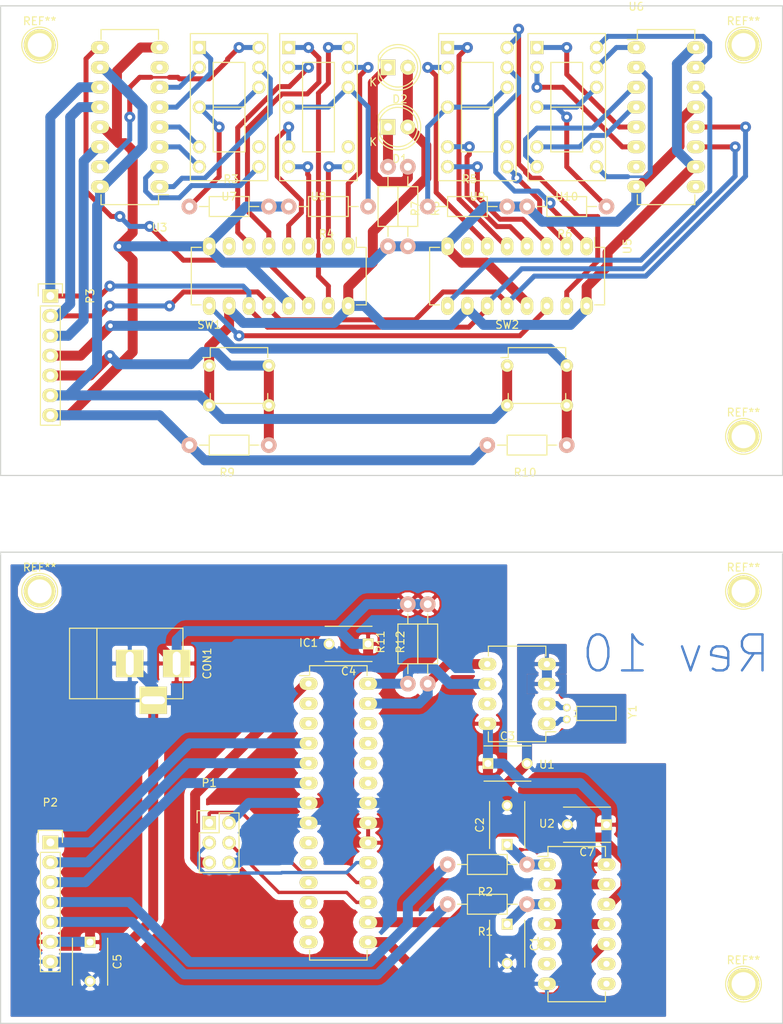
<source format=kicad_pcb>
(kicad_pcb (version 4) (host pcbnew "(2015-12-07 BZR 6352)-product")
  (layers (0 F.Cu signal) (31 B.Cu signal) (34 B.Paste user) (35 F.Paste user) (36 B.SilkS user) (37 F.SilkS user) (38 B.Mask user) (39 F.Mask user) (44 Edge.Cuts user))
  (net 0 "")
  (net 1 GND)
  (net 2 Latch)
  (net 3 SER)
  (net 4 Clock)
  (net 5 +5V)
  (net 6 "Net-(D1-Pad1)")
  (net 7 "Net-(D2-Pad1)")
  (net 8 "Net-(R3-Pad1)")
  (net 9 "Net-(R4-Pad1)")
  (net 10 "Net-(R5-Pad1)")
  (net 11 "Net-(R6-Pad1)")
  (net 12 "Net-(U3-Pad1)")
  (net 13 "Net-(U3-Pad2)")
  (net 14 "Net-(U3-Pad3)")
  (net 15 "Net-(U3-Pad4)")
  (net 16 "Net-(U3-Pad5)")
  (net 17 "Net-(U3-Pad6)")
  (net 18 "Net-(U3-Pad9)")
  (net 19 "Net-(U3-Pad15)")
  (net 20 "Net-(U4-Pad1)")
  (net 21 "Net-(U4-Pad2)")
  (net 22 "Net-(U4-Pad3)")
  (net 23 "Net-(U4-Pad4)")
  (net 24 "Net-(U4-Pad5)")
  (net 25 "Net-(U4-Pad6)")
  (net 26 "Net-(U4-Pad9)")
  (net 27 "Net-(U4-Pad15)")
  (net 28 "Net-(U5-Pad1)")
  (net 29 "Net-(U5-Pad2)")
  (net 30 "Net-(U5-Pad3)")
  (net 31 "Net-(U5-Pad4)")
  (net 32 "Net-(U5-Pad5)")
  (net 33 "Net-(U5-Pad6)")
  (net 34 "Net-(U5-Pad9)")
  (net 35 "Net-(U5-Pad15)")
  (net 36 "Net-(U10-Pad13)")
  (net 37 "Net-(U10-Pad8)")
  (net 38 "Net-(U10-Pad7)")
  (net 39 "Net-(U10-Pad6)")
  (net 40 "Net-(U10-Pad1)")
  (net 41 "Net-(U10-Pad2)")
  (net 42 "Net-(U10-Pad14)")
  (net 43 "Net-(C1-Pad1)")
  (net 44 "Net-(C2-Pad1)")
  (net 45 "Net-(IC1-Pad1)")
  (net 46 "Net-(IC1-Pad2)")
  (net 47 "Net-(IC1-Pad3)")
  (net 48 "Net-(IC1-Pad9)")
  (net 49 "Net-(IC1-Pad10)")
  (net 50 "Net-(IC1-Pad11)")
  (net 51 "Net-(IC1-Pad12)")
  (net 52 "Net-(IC1-Pad13)")
  (net 53 "Net-(IC1-Pad14)")
  (net 54 "Net-(IC1-Pad15)")
  (net 55 "Net-(IC1-Pad16)")
  (net 56 "Net-(IC1-Pad17)")
  (net 57 "Net-(IC1-Pad18)")
  (net 58 "Net-(IC1-Pad19)")
  (net 59 "Net-(IC1-Pad23)")
  (net 60 "Net-(IC1-Pad24)")
  (net 61 "Net-(IC1-Pad25)")
  (net 62 "Net-(IC1-Pad26)")
  (net 63 "Net-(IC1-Pad27)")
  (net 64 "Net-(IC1-Pad28)")
  (net 65 MinuteButton)
  (net 66 HourButton)
  (net 67 "Net-(U1-Pad1)")
  (net 68 "Net-(U1-Pad2)")
  (net 69 "Net-(U1-Pad7)")
  (net 70 "Net-(U2-Pad13)")
  (net 71 "Net-(U2-Pad11)")
  (net 72 "Net-(U2-Pad5)")
  (net 73 "Net-(U2-Pad6)")
  (net 74 "Net-(U2-Pad8)")
  (net 75 "Net-(U2-Pad9)")
  (net 76 "Net-(U3-Pad7)")
  (net 77 "Net-(U4-Pad7)")
  (net 78 "Net-(U5-Pad7)")
  (net 79 "Net-(U6-Pad7)")
  (net 80 "Net-(U6-Pad9)")
  (net 81 "Net-(U7-Pad9)")
  (net 82 "Net-(U8-Pad9)")
  (net 83 "Net-(U9-Pad9)")
  (net 84 "Net-(U10-Pad9)")
  (module Connect:BARREL_JACK (layer F.Cu) (at 96.31934 99.02)
    (fp_text reference CON1 (at 10.09904 0 90) (layer F.SilkS))
    (fp_text value BARREL_JACK)
    (pad 1 thru_hole rect (at 6.20014 0) (size 3.50012 3.50012) (drill oval 1.00076 2.99974) (layers *.Cu *.Mask F.SilkS) (net 5 +5V))
    (pad 2 thru_hole rect (at 0.20066 0) (size 3.50012 3.50012) (drill oval 1.00076 2.99974) (layers *.Cu *.Mask F.SilkS) (net 1 GND))
    (pad 3 thru_hole rect (at 3.2004 4.699) (size 3.50012 3.50012) (drill oval 2.99974 1.00076) (layers *.Cu *.Mask F.SilkS) (net 1 GND))
  )
  (module Housings_DIP:DIP-14_W7.62mm_LongPads (layer F.Cu) (at 149.86 124.7)
    (fp_text reference U2 (at 0 -5.22) (layer F.SilkS))
    (fp_text value 74HC14)
    (pad 1 thru_hole oval (at 0 0) (size 2.3 1.6) (drill 0.8) (layers *.Cu *.Mask F.SilkS) (net 44 "Net-(C2-Pad1)"))
    (pad 2 thru_hole oval (at 0 2.54) (size 2.3 1.6) (drill 0.8) (layers *.Cu *.Mask F.SilkS) (net 70 "Net-(U2-Pad13)"))
    (pad 3 thru_hole oval (at 0 5.08) (size 2.3 1.6) (drill 0.8) (layers *.Cu *.Mask F.SilkS) (net 43 "Net-(C1-Pad1)"))
    (pad 4 thru_hole oval (at 0 7.62) (size 2.3 1.6) (drill 0.8) (layers *.Cu *.Mask F.SilkS) (net 71 "Net-(U2-Pad11)"))
    (pad 5 thru_hole oval (at 0 10.16) (size 2.3 1.6) (drill 0.8) (layers *.Cu *.Mask F.SilkS) (net 72 "Net-(U2-Pad5)"))
    (pad 6 thru_hole oval (at 0 12.7) (size 2.3 1.6) (drill 0.8) (layers *.Cu *.Mask F.SilkS) (net 73 "Net-(U2-Pad6)"))
    (pad 7 thru_hole oval (at 0 15.24) (size 2.3 1.6) (drill 0.8) (layers *.Cu *.Mask F.SilkS) (net 1 GND))
    (pad 8 thru_hole oval (at 7.62 15.24) (size 2.3 1.6) (drill 0.8) (layers *.Cu *.Mask F.SilkS) (net 74 "Net-(U2-Pad8)"))
    (pad 9 thru_hole oval (at 7.62 12.7) (size 2.3 1.6) (drill 0.8) (layers *.Cu *.Mask F.SilkS) (net 75 "Net-(U2-Pad9)"))
    (pad 10 thru_hole oval (at 7.62 10.16) (size 2.3 1.6) (drill 0.8) (layers *.Cu *.Mask F.SilkS) (net 54 "Net-(IC1-Pad15)"))
    (pad 11 thru_hole oval (at 7.62 7.62) (size 2.3 1.6) (drill 0.8) (layers *.Cu *.Mask F.SilkS) (net 71 "Net-(U2-Pad11)"))
    (pad 12 thru_hole oval (at 7.62 5.08) (size 2.3 1.6) (drill 0.8) (layers *.Cu *.Mask F.SilkS) (net 55 "Net-(IC1-Pad16)"))
    (pad 13 thru_hole oval (at 7.62 2.54) (size 2.3 1.6) (drill 0.8) (layers *.Cu *.Mask F.SilkS) (net 70 "Net-(U2-Pad13)"))
    (pad 14 thru_hole oval (at 7.62 0) (size 2.3 1.6) (drill 0.8) (layers *.Cu *.Mask F.SilkS) (net 5 +5V))
  )
  (module Displays_7-Segment:MAN3640A (layer F.Cu) (at 152.4 27.94 270)
    (fp_text reference U10 (at 11.43 0 360) (layer F.SilkS))
    (fp_text value 7_segment)
    (pad 1 thru_hole rect (at -7.62 3.81 270) (size 1.6764 1.6764) (drill 1.016) (layers *.Cu *.Mask F.SilkS) (net 40 "Net-(U10-Pad1)"))
    (pad 2 thru_hole circle (at -5.08 3.81 270) (size 1.6764 1.6764) (drill 1.016) (layers *.Cu *.Mask F.SilkS) (net 41 "Net-(U10-Pad2)"))
    (pad 4 thru_hole circle (at 0 3.81 270) (size 1.6764 1.6764) (drill 1.016) (layers *.Cu *.Mask F.SilkS) (net 11 "Net-(R6-Pad1)"))
    (pad 6 thru_hole circle (at 5.08 3.81 270) (size 1.6764 1.6764) (drill 1.016) (layers *.Cu *.Mask F.SilkS) (net 39 "Net-(U10-Pad6)"))
    (pad 7 thru_hole circle (at 7.62 3.81 270) (size 1.6764 1.6764) (drill 1.016) (layers *.Cu *.Mask F.SilkS) (net 38 "Net-(U10-Pad7)"))
    (pad 8 thru_hole circle (at 7.62 -3.81 270) (size 1.6764 1.6764) (drill 1.016) (layers *.Cu *.Mask F.SilkS) (net 37 "Net-(U10-Pad8)"))
    (pad 9 thru_hole circle (at 5.08 -3.81 270) (size 1.6764 1.6764) (drill 1.016) (layers *.Cu *.Mask F.SilkS) (net 84 "Net-(U10-Pad9)"))
    (pad 12 thru_hole circle (at -2.54 -3.81 270) (size 1.6764 1.6764) (drill 1.016) (layers *.Cu *.Mask F.SilkS) (net 11 "Net-(R6-Pad1)"))
    (pad 13 thru_hole circle (at -5.08 -3.81 270) (size 1.6764 1.6764) (drill 1.016) (layers *.Cu *.Mask F.SilkS) (net 36 "Net-(U10-Pad13)"))
    (pad 14 thru_hole circle (at -7.62 -3.81 270) (size 1.6764 1.6764) (drill 1.016) (layers *.Cu *.Mask F.SilkS) (net 42 "Net-(U10-Pad14)"))
  )
  (module Housings_DIP:DIP-16_W7.62mm_LongPads (layer F.Cu) (at 100.33 38.1 180)
    (fp_text reference U3 (at 0 -5.22 180) (layer F.SilkS))
    (fp_text value 74HC595)
    (pad 1 thru_hole oval (at 0 0 180) (size 2.3 1.6) (drill 0.8) (layers *.Cu *.Mask F.SilkS) (net 12 "Net-(U3-Pad1)"))
    (pad 2 thru_hole oval (at 0 2.54 180) (size 2.3 1.6) (drill 0.8) (layers *.Cu *.Mask F.SilkS) (net 13 "Net-(U3-Pad2)"))
    (pad 3 thru_hole oval (at 0 5.08 180) (size 2.3 1.6) (drill 0.8) (layers *.Cu *.Mask F.SilkS) (net 14 "Net-(U3-Pad3)"))
    (pad 4 thru_hole oval (at 0 7.62 180) (size 2.3 1.6) (drill 0.8) (layers *.Cu *.Mask F.SilkS) (net 15 "Net-(U3-Pad4)"))
    (pad 5 thru_hole oval (at 0 10.16 180) (size 2.3 1.6) (drill 0.8) (layers *.Cu *.Mask F.SilkS) (net 16 "Net-(U3-Pad5)"))
    (pad 6 thru_hole oval (at 0 12.7 180) (size 2.3 1.6) (drill 0.8) (layers *.Cu *.Mask F.SilkS) (net 17 "Net-(U3-Pad6)"))
    (pad 7 thru_hole oval (at 0 15.24 180) (size 2.3 1.6) (drill 0.8) (layers *.Cu *.Mask F.SilkS) (net 76 "Net-(U3-Pad7)"))
    (pad 8 thru_hole oval (at 0 17.78 180) (size 2.3 1.6) (drill 0.8) (layers *.Cu *.Mask F.SilkS) (net 1 GND))
    (pad 9 thru_hole oval (at 7.62 17.78 180) (size 2.3 1.6) (drill 0.8) (layers *.Cu *.Mask F.SilkS) (net 18 "Net-(U3-Pad9)"))
    (pad 10 thru_hole oval (at 7.62 15.24 180) (size 2.3 1.6) (drill 0.8) (layers *.Cu *.Mask F.SilkS) (net 5 +5V))
    (pad 11 thru_hole oval (at 7.62 12.7 180) (size 2.3 1.6) (drill 0.8) (layers *.Cu *.Mask F.SilkS) (net 4 Clock))
    (pad 12 thru_hole oval (at 7.62 10.16 180) (size 2.3 1.6) (drill 0.8) (layers *.Cu *.Mask F.SilkS) (net 2 Latch))
    (pad 13 thru_hole oval (at 7.62 7.62 180) (size 2.3 1.6) (drill 0.8) (layers *.Cu *.Mask F.SilkS) (net 1 GND))
    (pad 14 thru_hole oval (at 7.62 5.08 180) (size 2.3 1.6) (drill 0.8) (layers *.Cu *.Mask F.SilkS) (net 3 SER))
    (pad 15 thru_hole oval (at 7.62 2.54 180) (size 2.3 1.6) (drill 0.8) (layers *.Cu *.Mask F.SilkS) (net 19 "Net-(U3-Pad15)"))
    (pad 16 thru_hole oval (at 7.62 0 180) (size 2.3 1.6) (drill 0.8) (layers *.Cu *.Mask F.SilkS) (net 5 +5V))
  )
  (module Displays_7-Segment:MAN3640A (layer F.Cu) (at 120.65 27.94 270)
    (fp_text reference U8 (at 11.43 0 360) (layer F.SilkS))
    (fp_text value 7_segment)
    (pad 1 thru_hole rect (at -7.62 3.81 270) (size 1.6764 1.6764) (drill 1.016) (layers *.Cu *.Mask F.SilkS) (net 24 "Net-(U4-Pad5)"))
    (pad 2 thru_hole circle (at -5.08 3.81 270) (size 1.6764 1.6764) (drill 1.016) (layers *.Cu *.Mask F.SilkS) (net 25 "Net-(U4-Pad6)"))
    (pad 4 thru_hole circle (at 0 3.81 270) (size 1.6764 1.6764) (drill 1.016) (layers *.Cu *.Mask F.SilkS) (net 9 "Net-(R4-Pad1)"))
    (pad 6 thru_hole circle (at 5.08 3.81 270) (size 1.6764 1.6764) (drill 1.016) (layers *.Cu *.Mask F.SilkS) (net 23 "Net-(U4-Pad4)"))
    (pad 7 thru_hole circle (at 7.62 3.81 270) (size 1.6764 1.6764) (drill 1.016) (layers *.Cu *.Mask F.SilkS) (net 22 "Net-(U4-Pad3)"))
    (pad 8 thru_hole circle (at 7.62 -3.81 270) (size 1.6764 1.6764) (drill 1.016) (layers *.Cu *.Mask F.SilkS) (net 21 "Net-(U4-Pad2)"))
    (pad 9 thru_hole circle (at 5.08 -3.81 270) (size 1.6764 1.6764) (drill 1.016) (layers *.Cu *.Mask F.SilkS) (net 82 "Net-(U8-Pad9)"))
    (pad 12 thru_hole circle (at -2.54 -3.81 270) (size 1.6764 1.6764) (drill 1.016) (layers *.Cu *.Mask F.SilkS) (net 9 "Net-(R4-Pad1)"))
    (pad 13 thru_hole circle (at -5.08 -3.81 270) (size 1.6764 1.6764) (drill 1.016) (layers *.Cu *.Mask F.SilkS) (net 20 "Net-(U4-Pad1)"))
    (pad 14 thru_hole circle (at -7.62 -3.81 270) (size 1.6764 1.6764) (drill 1.016) (layers *.Cu *.Mask F.SilkS) (net 27 "Net-(U4-Pad15)"))
  )
  (module Capacitors_ThroughHole:C_Disc_D6_P5 (layer F.Cu) (at 144.78 132.32 270)
    (fp_text reference C1 (at 2.5 -3.5 270) (layer F.SilkS))
    (fp_text value .47u)
    (pad 1 thru_hole rect (at 0 0 270) (size 1.4 1.4) (drill 0.9) (layers *.Cu *.Mask F.SilkS) (net 43 "Net-(C1-Pad1)"))
    (pad 2 thru_hole circle (at 5 0 270) (size 1.4 1.4) (drill 0.9) (layers *.Cu *.Mask F.SilkS) (net 1 GND))
  )
  (module Capacitors_ThroughHole:C_Disc_D6_P5 (layer F.Cu) (at 144.78 122.16 90)
    (fp_text reference C2 (at 2.5 -3.5 90) (layer F.SilkS))
    (fp_text value .47u)
    (pad 1 thru_hole rect (at 0 0 90) (size 1.4 1.4) (drill 0.9) (layers *.Cu *.Mask F.SilkS) (net 44 "Net-(C2-Pad1)"))
    (pad 2 thru_hole circle (at 5 0 90) (size 1.4 1.4) (drill 0.9) (layers *.Cu *.Mask F.SilkS) (net 1 GND))
  )
  (module Capacitors_ThroughHole:C_Disc_D6_P5 (layer F.Cu) (at 142.32 111.8)
    (fp_text reference C3 (at 2.5 -3.5) (layer F.SilkS))
    (fp_text value .1u)
    (pad 1 thru_hole rect (at 0 0) (size 1.4 1.4) (drill 0.9) (layers *.Cu *.Mask F.SilkS) (net 5 +5V))
    (pad 2 thru_hole circle (at 5 0) (size 1.4 1.4) (drill 0.9) (layers *.Cu *.Mask F.SilkS) (net 1 GND))
  )
  (module Capacitors_ThroughHole:C_Disc_D6_P5 (layer F.Cu) (at 127 96.52 180)
    (fp_text reference C4 (at 2.5 -3.5 180) (layer F.SilkS))
    (fp_text value .1u)
    (pad 1 thru_hole rect (at 0 0 180) (size 1.4 1.4) (drill 0.9) (layers *.Cu *.Mask F.SilkS) (net 5 +5V))
    (pad 2 thru_hole circle (at 5 0 180) (size 1.4 1.4) (drill 0.9) (layers *.Cu *.Mask F.SilkS) (net 1 GND))
  )
  (module Capacitors_ThroughHole:C_Disc_D6_P5 (layer F.Cu) (at 91.44 134.62 270)
    (fp_text reference C5 (at 2.5 -3.5 270) (layer F.SilkS))
    (fp_text value u1)
    (pad 1 thru_hole rect (at 0 0 270) (size 1.4 1.4) (drill 0.9) (layers *.Cu *.Mask F.SilkS) (net 5 +5V))
    (pad 2 thru_hole circle (at 5 0 270) (size 1.4 1.4) (drill 0.9) (layers *.Cu *.Mask F.SilkS) (net 1 GND))
  )
  (module Capacitors_ThroughHole:C_Disc_D6_P5 (layer F.Cu) (at 157.48 119.62 180)
    (fp_text reference C7 (at 2.5 -3.5 180) (layer F.SilkS))
    (fp_text value .1u)
    (pad 1 thru_hole rect (at 0 0 180) (size 1.4 1.4) (drill 0.9) (layers *.Cu *.Mask F.SilkS) (net 5 +5V))
    (pad 2 thru_hole circle (at 5 0 180) (size 1.4 1.4) (drill 0.9) (layers *.Cu *.Mask F.SilkS) (net 1 GND))
  )
  (module LEDs:LED-5MM (layer F.Cu) (at 129.54 30.48)
    (fp_text reference D1 (at 1.524 4.064) (layer F.SilkS))
    (fp_text value LED)
    (fp_text user K (at -1.905 1.905) (layer F.SilkS))
    (pad 1 thru_hole rect (at 0 0 90) (size 2 1.9) (drill 1.00076) (layers *.Cu *.Mask F.SilkS) (net 6 "Net-(D1-Pad1)"))
    (pad 2 thru_hole circle (at 2.54 0) (size 1.9 1.9) (drill 1.00076) (layers *.Cu *.Mask F.SilkS) (net 5 +5V))
  )
  (module LEDs:LED-5MM (layer F.Cu) (at 129.54 22.86)
    (fp_text reference D2 (at 1.524 4.064) (layer F.SilkS))
    (fp_text value LED)
    (fp_text user K (at -1.905 1.905) (layer F.SilkS))
    (pad 1 thru_hole rect (at 0 0 90) (size 2 1.9) (drill 1.00076) (layers *.Cu *.Mask F.SilkS) (net 7 "Net-(D2-Pad1)"))
    (pad 2 thru_hole circle (at 2.54 0) (size 1.9 1.9) (drill 1.00076) (layers *.Cu *.Mask F.SilkS) (net 5 +5V))
  )
  (module Housings_DIP:DIP-28_W7.62mm_LongPads (layer F.Cu) (at 119.38 101.6)
    (fp_text reference IC1 (at 0 -5.22) (layer F.SilkS))
    (fp_text value ATMEGA328P-P)
    (pad 1 thru_hole oval (at 0 0) (size 2.3 1.6) (drill 0.8) (layers *.Cu *.Mask F.SilkS) (net 45 "Net-(IC1-Pad1)"))
    (pad 2 thru_hole oval (at 0 2.54) (size 2.3 1.6) (drill 0.8) (layers *.Cu *.Mask F.SilkS) (net 46 "Net-(IC1-Pad2)"))
    (pad 3 thru_hole oval (at 0 5.08) (size 2.3 1.6) (drill 0.8) (layers *.Cu *.Mask F.SilkS) (net 47 "Net-(IC1-Pad3)"))
    (pad 4 thru_hole oval (at 0 7.62) (size 2.3 1.6) (drill 0.8) (layers *.Cu *.Mask F.SilkS) (net 4 Clock))
    (pad 5 thru_hole oval (at 0 10.16) (size 2.3 1.6) (drill 0.8) (layers *.Cu *.Mask F.SilkS) (net 2 Latch))
    (pad 6 thru_hole oval (at 0 12.7) (size 2.3 1.6) (drill 0.8) (layers *.Cu *.Mask F.SilkS) (net 3 SER))
    (pad 7 thru_hole oval (at 0 15.24) (size 2.3 1.6) (drill 0.8) (layers *.Cu *.Mask F.SilkS) (net 5 +5V))
    (pad 8 thru_hole oval (at 0 17.78) (size 2.3 1.6) (drill 0.8) (layers *.Cu *.Mask F.SilkS) (net 1 GND))
    (pad 9 thru_hole oval (at 0 20.32) (size 2.3 1.6) (drill 0.8) (layers *.Cu *.Mask F.SilkS) (net 48 "Net-(IC1-Pad9)"))
    (pad 10 thru_hole oval (at 0 22.86) (size 2.3 1.6) (drill 0.8) (layers *.Cu *.Mask F.SilkS) (net 49 "Net-(IC1-Pad10)"))
    (pad 11 thru_hole oval (at 0 25.4) (size 2.3 1.6) (drill 0.8) (layers *.Cu *.Mask F.SilkS) (net 50 "Net-(IC1-Pad11)"))
    (pad 12 thru_hole oval (at 0 27.94) (size 2.3 1.6) (drill 0.8) (layers *.Cu *.Mask F.SilkS) (net 51 "Net-(IC1-Pad12)"))
    (pad 13 thru_hole oval (at 0 30.48) (size 2.3 1.6) (drill 0.8) (layers *.Cu *.Mask F.SilkS) (net 52 "Net-(IC1-Pad13)"))
    (pad 14 thru_hole oval (at 0 33.02) (size 2.3 1.6) (drill 0.8) (layers *.Cu *.Mask F.SilkS) (net 53 "Net-(IC1-Pad14)"))
    (pad 15 thru_hole oval (at 7.62 33.02) (size 2.3 1.6) (drill 0.8) (layers *.Cu *.Mask F.SilkS) (net 54 "Net-(IC1-Pad15)"))
    (pad 16 thru_hole oval (at 7.62 30.48) (size 2.3 1.6) (drill 0.8) (layers *.Cu *.Mask F.SilkS) (net 55 "Net-(IC1-Pad16)"))
    (pad 17 thru_hole oval (at 7.62 27.94) (size 2.3 1.6) (drill 0.8) (layers *.Cu *.Mask F.SilkS) (net 56 "Net-(IC1-Pad17)"))
    (pad 18 thru_hole oval (at 7.62 25.4) (size 2.3 1.6) (drill 0.8) (layers *.Cu *.Mask F.SilkS) (net 57 "Net-(IC1-Pad18)"))
    (pad 19 thru_hole oval (at 7.62 22.86) (size 2.3 1.6) (drill 0.8) (layers *.Cu *.Mask F.SilkS) (net 58 "Net-(IC1-Pad19)"))
    (pad 20 thru_hole oval (at 7.62 20.32) (size 2.3 1.6) (drill 0.8) (layers *.Cu *.Mask F.SilkS) (net 5 +5V))
    (pad 21 thru_hole oval (at 7.62 17.78) (size 2.3 1.6) (drill 0.8) (layers *.Cu *.Mask F.SilkS) (net 5 +5V))
    (pad 22 thru_hole oval (at 7.62 15.24) (size 2.3 1.6) (drill 0.8) (layers *.Cu *.Mask F.SilkS) (net 1 GND))
    (pad 23 thru_hole oval (at 7.62 12.7) (size 2.3 1.6) (drill 0.8) (layers *.Cu *.Mask F.SilkS) (net 59 "Net-(IC1-Pad23)"))
    (pad 24 thru_hole oval (at 7.62 10.16) (size 2.3 1.6) (drill 0.8) (layers *.Cu *.Mask F.SilkS) (net 60 "Net-(IC1-Pad24)"))
    (pad 25 thru_hole oval (at 7.62 7.62) (size 2.3 1.6) (drill 0.8) (layers *.Cu *.Mask F.SilkS) (net 61 "Net-(IC1-Pad25)"))
    (pad 26 thru_hole oval (at 7.62 5.08) (size 2.3 1.6) (drill 0.8) (layers *.Cu *.Mask F.SilkS) (net 62 "Net-(IC1-Pad26)"))
    (pad 27 thru_hole oval (at 7.62 2.54) (size 2.3 1.6) (drill 0.8) (layers *.Cu *.Mask F.SilkS) (net 63 "Net-(IC1-Pad27)"))
    (pad 28 thru_hole oval (at 7.62 0) (size 2.3 1.6) (drill 0.8) (layers *.Cu *.Mask F.SilkS) (net 64 "Net-(IC1-Pad28)"))
  )
  (module Pin_Headers:Pin_Header_Straight_2x03 (layer F.Cu) (at 106.68 119.38)
    (fp_text reference P1 (at 0 -5.1) (layer F.SilkS))
    (fp_text value CONN_02X03)
    (pad 1 thru_hole rect (at 0 0) (size 1.7272 1.7272) (drill 1.016) (layers *.Cu *.Mask F.SilkS) (net 57 "Net-(IC1-Pad18)"))
    (pad 2 thru_hole oval (at 2.54 0) (size 1.7272 1.7272) (drill 1.016) (layers *.Cu *.Mask F.SilkS) (net 5 +5V))
    (pad 3 thru_hole oval (at 0 2.54) (size 1.7272 1.7272) (drill 1.016) (layers *.Cu *.Mask F.SilkS) (net 58 "Net-(IC1-Pad19)"))
    (pad 4 thru_hole oval (at 2.54 2.54) (size 1.7272 1.7272) (drill 1.016) (layers *.Cu *.Mask F.SilkS) (net 56 "Net-(IC1-Pad17)"))
    (pad 5 thru_hole oval (at 0 5.08) (size 1.7272 1.7272) (drill 1.016) (layers *.Cu *.Mask F.SilkS) (net 45 "Net-(IC1-Pad1)"))
    (pad 6 thru_hole oval (at 2.54 5.08) (size 1.7272 1.7272) (drill 1.016) (layers *.Cu *.Mask F.SilkS) (net 1 GND))
  )
  (module Socket_Strips:Socket_Strip_Straight_1x07 (layer F.Cu) (at 86.36 52.07 270)
    (fp_text reference P3 (at 0 -5.1 270) (layer F.SilkS))
    (fp_text value CONN_01X07)
    (pad 1 thru_hole rect (at 0 0 270) (size 1.7272 2.032) (drill 1.016) (layers *.Cu *.Mask F.SilkS) (net 4 Clock))
    (pad 2 thru_hole oval (at 2.54 0 270) (size 1.7272 2.032) (drill 1.016) (layers *.Cu *.Mask F.SilkS) (net 2 Latch))
    (pad 3 thru_hole oval (at 5.08 0 270) (size 1.7272 2.032) (drill 1.016) (layers *.Cu *.Mask F.SilkS) (net 3 SER))
    (pad 4 thru_hole oval (at 7.62 0 270) (size 1.7272 2.032) (drill 1.016) (layers *.Cu *.Mask F.SilkS) (net 65 MinuteButton))
    (pad 5 thru_hole oval (at 10.16 0 270) (size 1.7272 2.032) (drill 1.016) (layers *.Cu *.Mask F.SilkS) (net 66 HourButton))
    (pad 6 thru_hole oval (at 12.7 0 270) (size 1.7272 2.032) (drill 1.016) (layers *.Cu *.Mask F.SilkS) (net 5 +5V))
    (pad 7 thru_hole oval (at 15.24 0 270) (size 1.7272 2.032) (drill 1.016) (layers *.Cu *.Mask F.SilkS) (net 1 GND))
  )
  (module Resistors_ThroughHole:Resistor_Horizontal_RM10mm (layer F.Cu) (at 142.24 129.78 180)
    (fp_text reference R1 (at 0.24892 -3.50012 180) (layer F.SilkS))
    (fp_text value 1k2)
    (pad 1 thru_hole circle (at -5.08 0 180) (size 1.99898 1.99898) (drill 1.00076) (layers *.Cu *.SilkS *.Mask) (net 43 "Net-(C1-Pad1)"))
    (pad 2 thru_hole circle (at 5.08 0 180) (size 1.99898 1.99898) (drill 1.00076) (layers *.Cu *.SilkS *.Mask) (net 65 MinuteButton))
  )
  (module Resistors_ThroughHole:Resistor_Horizontal_RM10mm (layer F.Cu) (at 142.24 124.7 180)
    (fp_text reference R2 (at 0.24892 -3.50012 180) (layer F.SilkS))
    (fp_text value 1k2)
    (pad 1 thru_hole circle (at -5.08 0 180) (size 1.99898 1.99898) (drill 1.00076) (layers *.Cu *.SilkS *.Mask) (net 44 "Net-(C2-Pad1)"))
    (pad 2 thru_hole circle (at 5.08 0 180) (size 1.99898 1.99898) (drill 1.00076) (layers *.Cu *.SilkS *.Mask) (net 66 HourButton))
  )
  (module Resistors_ThroughHole:Resistor_Horizontal_RM10mm (layer F.Cu) (at 109.22 40.64)
    (fp_text reference R3 (at 0.24892 -3.50012) (layer F.SilkS))
    (fp_text value 1K)
    (pad 1 thru_hole circle (at -5.08 0) (size 1.99898 1.99898) (drill 1.00076) (layers *.Cu *.SilkS *.Mask) (net 8 "Net-(R3-Pad1)"))
    (pad 2 thru_hole circle (at 5.08 0) (size 1.99898 1.99898) (drill 1.00076) (layers *.Cu *.SilkS *.Mask) (net 1 GND))
  )
  (module Resistors_ThroughHole:Resistor_Horizontal_RM10mm (layer F.Cu) (at 121.92 40.64 180)
    (fp_text reference R4 (at 0.24892 -3.50012 180) (layer F.SilkS))
    (fp_text value 1K)
    (pad 1 thru_hole circle (at -5.08 0 180) (size 1.99898 1.99898) (drill 1.00076) (layers *.Cu *.SilkS *.Mask) (net 9 "Net-(R4-Pad1)"))
    (pad 2 thru_hole circle (at 5.08 0 180) (size 1.99898 1.99898) (drill 1.00076) (layers *.Cu *.SilkS *.Mask) (net 1 GND))
  )
  (module Resistors_ThroughHole:Resistor_Horizontal_RM10mm (layer F.Cu) (at 139.7 40.64)
    (fp_text reference R5 (at 0.24892 -3.50012) (layer F.SilkS))
    (fp_text value 1K)
    (pad 1 thru_hole circle (at -5.08 0) (size 1.99898 1.99898) (drill 1.00076) (layers *.Cu *.SilkS *.Mask) (net 10 "Net-(R5-Pad1)"))
    (pad 2 thru_hole circle (at 5.08 0) (size 1.99898 1.99898) (drill 1.00076) (layers *.Cu *.SilkS *.Mask) (net 1 GND))
  )
  (module Resistors_ThroughHole:Resistor_Horizontal_RM10mm (layer F.Cu) (at 152.4 40.64 180)
    (fp_text reference R6 (at 0.24892 -3.50012 180) (layer F.SilkS))
    (fp_text value 1K)
    (pad 1 thru_hole circle (at -5.08 0 180) (size 1.99898 1.99898) (drill 1.00076) (layers *.Cu *.SilkS *.Mask) (net 11 "Net-(R6-Pad1)"))
    (pad 2 thru_hole circle (at 5.08 0 180) (size 1.99898 1.99898) (drill 1.00076) (layers *.Cu *.SilkS *.Mask) (net 1 GND))
  )
  (module Resistors_ThroughHole:Resistor_Horizontal_RM10mm (layer F.Cu) (at 129.54 40.64 270)
    (fp_text reference R7 (at 0.24892 -3.50012 270) (layer F.SilkS))
    (fp_text value 470R)
    (pad 1 thru_hole circle (at -5.08 0 270) (size 1.99898 1.99898) (drill 1.00076) (layers *.Cu *.SilkS *.Mask) (net 6 "Net-(D1-Pad1)"))
    (pad 2 thru_hole circle (at 5.08 0 270) (size 1.99898 1.99898) (drill 1.00076) (layers *.Cu *.SilkS *.Mask) (net 1 GND))
  )
  (module Resistors_ThroughHole:Resistor_Horizontal_RM10mm (layer F.Cu) (at 132.08 40.64 270)
    (fp_text reference R8 (at 0.24892 -3.50012 270) (layer F.SilkS))
    (fp_text value 470R)
    (pad 1 thru_hole circle (at -5.08 0 270) (size 1.99898 1.99898) (drill 1.00076) (layers *.Cu *.SilkS *.Mask) (net 7 "Net-(D2-Pad1)"))
    (pad 2 thru_hole circle (at 5.08 0 270) (size 1.99898 1.99898) (drill 1.00076) (layers *.Cu *.SilkS *.Mask) (net 1 GND))
  )
  (module Resistors_ThroughHole:Resistor_Horizontal_RM10mm (layer F.Cu) (at 109.22 71.12 180)
    (fp_text reference R9 (at 0.24892 -3.50012 180) (layer F.SilkS))
    (fp_text value 10K)
    (pad 1 thru_hole circle (at -5.08 0 180) (size 1.99898 1.99898) (drill 1.00076) (layers *.Cu *.SilkS *.Mask) (net 66 HourButton))
    (pad 2 thru_hole circle (at 5.08 0 180) (size 1.99898 1.99898) (drill 1.00076) (layers *.Cu *.SilkS *.Mask) (net 1 GND))
  )
  (module Resistors_ThroughHole:Resistor_Horizontal_RM10mm (layer F.Cu) (at 147.32 71.12 180)
    (fp_text reference R10 (at 0.24892 -3.50012 180) (layer F.SilkS))
    (fp_text value 10K)
    (pad 1 thru_hole circle (at -5.08 0 180) (size 1.99898 1.99898) (drill 1.00076) (layers *.Cu *.SilkS *.Mask) (net 65 MinuteButton))
    (pad 2 thru_hole circle (at 5.08 0 180) (size 1.99898 1.99898) (drill 1.00076) (layers *.Cu *.SilkS *.Mask) (net 1 GND))
  )
  (module Footprints:PushButton (layer F.Cu) (at 106.68 60.96)
    (fp_text reference SW1 (at 0 -5.22) (layer F.SilkS))
    (fp_text value PushButton)
    (pad 1 thru_hole oval (at 0 0) (size 1.6 1.6) (drill 0.8) (layers *.Cu *.Mask F.SilkS) (net 5 +5V))
    (pad 2 thru_hole oval (at 0 5.08) (size 1.6 1.6) (drill 0.8) (layers *.Cu *.Mask F.SilkS) (net 5 +5V))
    (pad 3 thru_hole oval (at 7.62 5.08) (size 1.6 1.6) (drill 0.8) (layers *.Cu *.Mask F.SilkS) (net 66 HourButton))
    (pad 4 thru_hole oval (at 7.62 0) (size 1.6 1.6) (drill 0.8) (layers *.Cu *.Mask F.SilkS) (net 66 HourButton))
  )
  (module Footprints:PushButton (layer F.Cu) (at 144.78 60.96)
    (fp_text reference SW2 (at 0 -5.22) (layer F.SilkS))
    (fp_text value PushButton)
    (pad 1 thru_hole oval (at 0 0) (size 1.6 1.6) (drill 0.8) (layers *.Cu *.Mask F.SilkS) (net 5 +5V))
    (pad 2 thru_hole oval (at 0 5.08) (size 1.6 1.6) (drill 0.8) (layers *.Cu *.Mask F.SilkS) (net 5 +5V))
    (pad 3 thru_hole oval (at 7.62 5.08) (size 1.6 1.6) (drill 0.8) (layers *.Cu *.Mask F.SilkS) (net 65 MinuteButton))
    (pad 4 thru_hole oval (at 7.62 0) (size 1.6 1.6) (drill 0.8) (layers *.Cu *.Mask F.SilkS) (net 65 MinuteButton))
  )
  (module Housings_DIP:DIP-8_W7.62mm_LongPads (layer F.Cu) (at 149.86 106.72 180)
    (fp_text reference U1 (at 0 -5.22 180) (layer F.SilkS))
    (fp_text value DS1307)
    (pad 1 thru_hole oval (at 0 0 180) (size 2.3 1.6) (drill 0.8) (layers *.Cu *.Mask F.SilkS) (net 67 "Net-(U1-Pad1)"))
    (pad 2 thru_hole oval (at 0 2.54 180) (size 2.3 1.6) (drill 0.8) (layers *.Cu *.Mask F.SilkS) (net 68 "Net-(U1-Pad2)"))
    (pad 3 thru_hole oval (at 0 5.08 180) (size 2.3 1.6) (drill 0.8) (layers *.Cu *.Mask F.SilkS) (net 1 GND))
    (pad 4 thru_hole oval (at 0 7.62 180) (size 2.3 1.6) (drill 0.8) (layers *.Cu *.Mask F.SilkS) (net 1 GND))
    (pad 5 thru_hole oval (at 7.62 7.62 180) (size 2.3 1.6) (drill 0.8) (layers *.Cu *.Mask F.SilkS) (net 63 "Net-(IC1-Pad27)"))
    (pad 6 thru_hole oval (at 7.62 5.08 180) (size 2.3 1.6) (drill 0.8) (layers *.Cu *.Mask F.SilkS) (net 64 "Net-(IC1-Pad28)"))
    (pad 7 thru_hole oval (at 7.62 2.54 180) (size 2.3 1.6) (drill 0.8) (layers *.Cu *.Mask F.SilkS) (net 69 "Net-(U1-Pad7)"))
    (pad 8 thru_hole oval (at 7.62 0 180) (size 2.3 1.6) (drill 0.8) (layers *.Cu *.Mask F.SilkS) (net 5 +5V))
  )
  (module Housings_DIP:DIP-16_W7.62mm_LongPads (layer F.Cu) (at 124.46 45.72 270)
    (fp_text reference U4 (at 0 -5.22 270) (layer F.SilkS))
    (fp_text value 74HC595)
    (pad 1 thru_hole oval (at 0 0 270) (size 2.3 1.6) (drill 0.8) (layers *.Cu *.Mask F.SilkS) (net 20 "Net-(U4-Pad1)"))
    (pad 2 thru_hole oval (at 0 2.54 270) (size 2.3 1.6) (drill 0.8) (layers *.Cu *.Mask F.SilkS) (net 21 "Net-(U4-Pad2)"))
    (pad 3 thru_hole oval (at 0 5.08 270) (size 2.3 1.6) (drill 0.8) (layers *.Cu *.Mask F.SilkS) (net 22 "Net-(U4-Pad3)"))
    (pad 4 thru_hole oval (at 0 7.62 270) (size 2.3 1.6) (drill 0.8) (layers *.Cu *.Mask F.SilkS) (net 23 "Net-(U4-Pad4)"))
    (pad 5 thru_hole oval (at 0 10.16 270) (size 2.3 1.6) (drill 0.8) (layers *.Cu *.Mask F.SilkS) (net 24 "Net-(U4-Pad5)"))
    (pad 6 thru_hole oval (at 0 12.7 270) (size 2.3 1.6) (drill 0.8) (layers *.Cu *.Mask F.SilkS) (net 25 "Net-(U4-Pad6)"))
    (pad 7 thru_hole oval (at 0 15.24 270) (size 2.3 1.6) (drill 0.8) (layers *.Cu *.Mask F.SilkS) (net 77 "Net-(U4-Pad7)"))
    (pad 8 thru_hole oval (at 0 17.78 270) (size 2.3 1.6) (drill 0.8) (layers *.Cu *.Mask F.SilkS) (net 1 GND))
    (pad 9 thru_hole oval (at 7.62 17.78 270) (size 2.3 1.6) (drill 0.8) (layers *.Cu *.Mask F.SilkS) (net 26 "Net-(U4-Pad9)"))
    (pad 10 thru_hole oval (at 7.62 15.24 270) (size 2.3 1.6) (drill 0.8) (layers *.Cu *.Mask F.SilkS) (net 5 +5V))
    (pad 11 thru_hole oval (at 7.62 12.7 270) (size 2.3 1.6) (drill 0.8) (layers *.Cu *.Mask F.SilkS) (net 4 Clock))
    (pad 12 thru_hole oval (at 7.62 10.16 270) (size 2.3 1.6) (drill 0.8) (layers *.Cu *.Mask F.SilkS) (net 2 Latch))
    (pad 13 thru_hole oval (at 7.62 7.62 270) (size 2.3 1.6) (drill 0.8) (layers *.Cu *.Mask F.SilkS) (net 1 GND))
    (pad 14 thru_hole oval (at 7.62 5.08 270) (size 2.3 1.6) (drill 0.8) (layers *.Cu *.Mask F.SilkS) (net 18 "Net-(U3-Pad9)"))
    (pad 15 thru_hole oval (at 7.62 2.54 270) (size 2.3 1.6) (drill 0.8) (layers *.Cu *.Mask F.SilkS) (net 27 "Net-(U4-Pad15)"))
    (pad 16 thru_hole oval (at 7.62 0 270) (size 2.3 1.6) (drill 0.8) (layers *.Cu *.Mask F.SilkS) (net 5 +5V))
  )
  (module Housings_DIP:DIP-16_W7.62mm_LongPads (layer F.Cu) (at 154.94 45.72 270)
    (fp_text reference U5 (at 0 -5.22 270) (layer F.SilkS))
    (fp_text value 74HC595)
    (pad 1 thru_hole oval (at 0 0 270) (size 2.3 1.6) (drill 0.8) (layers *.Cu *.Mask F.SilkS) (net 28 "Net-(U5-Pad1)"))
    (pad 2 thru_hole oval (at 0 2.54 270) (size 2.3 1.6) (drill 0.8) (layers *.Cu *.Mask F.SilkS) (net 29 "Net-(U5-Pad2)"))
    (pad 3 thru_hole oval (at 0 5.08 270) (size 2.3 1.6) (drill 0.8) (layers *.Cu *.Mask F.SilkS) (net 30 "Net-(U5-Pad3)"))
    (pad 4 thru_hole oval (at 0 7.62 270) (size 2.3 1.6) (drill 0.8) (layers *.Cu *.Mask F.SilkS) (net 31 "Net-(U5-Pad4)"))
    (pad 5 thru_hole oval (at 0 10.16 270) (size 2.3 1.6) (drill 0.8) (layers *.Cu *.Mask F.SilkS) (net 32 "Net-(U5-Pad5)"))
    (pad 6 thru_hole oval (at 0 12.7 270) (size 2.3 1.6) (drill 0.8) (layers *.Cu *.Mask F.SilkS) (net 33 "Net-(U5-Pad6)"))
    (pad 7 thru_hole oval (at 0 15.24 270) (size 2.3 1.6) (drill 0.8) (layers *.Cu *.Mask F.SilkS) (net 78 "Net-(U5-Pad7)"))
    (pad 8 thru_hole oval (at 0 17.78 270) (size 2.3 1.6) (drill 0.8) (layers *.Cu *.Mask F.SilkS) (net 1 GND))
    (pad 9 thru_hole oval (at 7.62 17.78 270) (size 2.3 1.6) (drill 0.8) (layers *.Cu *.Mask F.SilkS) (net 34 "Net-(U5-Pad9)"))
    (pad 10 thru_hole oval (at 7.62 15.24 270) (size 2.3 1.6) (drill 0.8) (layers *.Cu *.Mask F.SilkS) (net 5 +5V))
    (pad 11 thru_hole oval (at 7.62 12.7 270) (size 2.3 1.6) (drill 0.8) (layers *.Cu *.Mask F.SilkS) (net 4 Clock))
    (pad 12 thru_hole oval (at 7.62 10.16 270) (size 2.3 1.6) (drill 0.8) (layers *.Cu *.Mask F.SilkS) (net 2 Latch))
    (pad 13 thru_hole oval (at 7.62 7.62 270) (size 2.3 1.6) (drill 0.8) (layers *.Cu *.Mask F.SilkS) (net 1 GND))
    (pad 14 thru_hole oval (at 7.62 5.08 270) (size 2.3 1.6) (drill 0.8) (layers *.Cu *.Mask F.SilkS) (net 26 "Net-(U4-Pad9)"))
    (pad 15 thru_hole oval (at 7.62 2.54 270) (size 2.3 1.6) (drill 0.8) (layers *.Cu *.Mask F.SilkS) (net 35 "Net-(U5-Pad15)"))
    (pad 16 thru_hole oval (at 7.62 0 270) (size 2.3 1.6) (drill 0.8) (layers *.Cu *.Mask F.SilkS) (net 5 +5V))
  )
  (module Housings_DIP:DIP-16_W7.62mm_LongPads (layer F.Cu) (at 161.29 20.32)
    (fp_text reference U6 (at 0 -5.22) (layer F.SilkS))
    (fp_text value 74HC595)
    (pad 1 thru_hole oval (at 0 0) (size 2.3 1.6) (drill 0.8) (layers *.Cu *.Mask F.SilkS) (net 36 "Net-(U10-Pad13)"))
    (pad 2 thru_hole oval (at 0 2.54) (size 2.3 1.6) (drill 0.8) (layers *.Cu *.Mask F.SilkS) (net 37 "Net-(U10-Pad8)"))
    (pad 3 thru_hole oval (at 0 5.08) (size 2.3 1.6) (drill 0.8) (layers *.Cu *.Mask F.SilkS) (net 38 "Net-(U10-Pad7)"))
    (pad 4 thru_hole oval (at 0 7.62) (size 2.3 1.6) (drill 0.8) (layers *.Cu *.Mask F.SilkS) (net 39 "Net-(U10-Pad6)"))
    (pad 5 thru_hole oval (at 0 10.16) (size 2.3 1.6) (drill 0.8) (layers *.Cu *.Mask F.SilkS) (net 40 "Net-(U10-Pad1)"))
    (pad 6 thru_hole oval (at 0 12.7) (size 2.3 1.6) (drill 0.8) (layers *.Cu *.Mask F.SilkS) (net 41 "Net-(U10-Pad2)"))
    (pad 7 thru_hole oval (at 0 15.24) (size 2.3 1.6) (drill 0.8) (layers *.Cu *.Mask F.SilkS) (net 79 "Net-(U6-Pad7)"))
    (pad 8 thru_hole oval (at 0 17.78) (size 2.3 1.6) (drill 0.8) (layers *.Cu *.Mask F.SilkS) (net 1 GND))
    (pad 9 thru_hole oval (at 7.62 17.78) (size 2.3 1.6) (drill 0.8) (layers *.Cu *.Mask F.SilkS) (net 80 "Net-(U6-Pad9)"))
    (pad 10 thru_hole oval (at 7.62 15.24) (size 2.3 1.6) (drill 0.8) (layers *.Cu *.Mask F.SilkS) (net 5 +5V))
    (pad 11 thru_hole oval (at 7.62 12.7) (size 2.3 1.6) (drill 0.8) (layers *.Cu *.Mask F.SilkS) (net 4 Clock))
    (pad 12 thru_hole oval (at 7.62 10.16) (size 2.3 1.6) (drill 0.8) (layers *.Cu *.Mask F.SilkS) (net 2 Latch))
    (pad 13 thru_hole oval (at 7.62 7.62) (size 2.3 1.6) (drill 0.8) (layers *.Cu *.Mask F.SilkS) (net 1 GND))
    (pad 14 thru_hole oval (at 7.62 5.08) (size 2.3 1.6) (drill 0.8) (layers *.Cu *.Mask F.SilkS) (net 34 "Net-(U5-Pad9)"))
    (pad 15 thru_hole oval (at 7.62 2.54) (size 2.3 1.6) (drill 0.8) (layers *.Cu *.Mask F.SilkS) (net 42 "Net-(U10-Pad14)"))
    (pad 16 thru_hole oval (at 7.62 0) (size 2.3 1.6) (drill 0.8) (layers *.Cu *.Mask F.SilkS) (net 5 +5V))
  )
  (module Displays_7-Segment:MAN3640A (layer F.Cu) (at 109.22 27.94 270)
    (fp_text reference U7 (at 11.43 0 360) (layer F.SilkS))
    (fp_text value 7_segment)
    (pad 1 thru_hole rect (at -7.62 3.81 270) (size 1.6764 1.6764) (drill 1.016) (layers *.Cu *.Mask F.SilkS) (net 16 "Net-(U3-Pad5)"))
    (pad 2 thru_hole circle (at -5.08 3.81 270) (size 1.6764 1.6764) (drill 1.016) (layers *.Cu *.Mask F.SilkS) (net 17 "Net-(U3-Pad6)"))
    (pad 4 thru_hole circle (at 0 3.81 270) (size 1.6764 1.6764) (drill 1.016) (layers *.Cu *.Mask F.SilkS) (net 8 "Net-(R3-Pad1)"))
    (pad 6 thru_hole circle (at 5.08 3.81 270) (size 1.6764 1.6764) (drill 1.016) (layers *.Cu *.Mask F.SilkS) (net 15 "Net-(U3-Pad4)"))
    (pad 7 thru_hole circle (at 7.62 3.81 270) (size 1.6764 1.6764) (drill 1.016) (layers *.Cu *.Mask F.SilkS) (net 14 "Net-(U3-Pad3)"))
    (pad 8 thru_hole circle (at 7.62 -3.81 270) (size 1.6764 1.6764) (drill 1.016) (layers *.Cu *.Mask F.SilkS) (net 13 "Net-(U3-Pad2)"))
    (pad 9 thru_hole circle (at 5.08 -3.81 270) (size 1.6764 1.6764) (drill 1.016) (layers *.Cu *.Mask F.SilkS) (net 81 "Net-(U7-Pad9)"))
    (pad 12 thru_hole circle (at -2.54 -3.81 270) (size 1.6764 1.6764) (drill 1.016) (layers *.Cu *.Mask F.SilkS) (net 8 "Net-(R3-Pad1)"))
    (pad 13 thru_hole circle (at -5.08 -3.81 270) (size 1.6764 1.6764) (drill 1.016) (layers *.Cu *.Mask F.SilkS) (net 12 "Net-(U3-Pad1)"))
    (pad 14 thru_hole circle (at -7.62 -3.81 270) (size 1.6764 1.6764) (drill 1.016) (layers *.Cu *.Mask F.SilkS) (net 19 "Net-(U3-Pad15)"))
  )
  (module Displays_7-Segment:MAN3640A (layer F.Cu) (at 140.97 27.94 270)
    (fp_text reference U9 (at 11.43 0 360) (layer F.SilkS))
    (fp_text value 7_segment)
    (pad 1 thru_hole rect (at -7.62 3.81 270) (size 1.6764 1.6764) (drill 1.016) (layers *.Cu *.Mask F.SilkS) (net 32 "Net-(U5-Pad5)"))
    (pad 2 thru_hole circle (at -5.08 3.81 270) (size 1.6764 1.6764) (drill 1.016) (layers *.Cu *.Mask F.SilkS) (net 33 "Net-(U5-Pad6)"))
    (pad 4 thru_hole circle (at 0 3.81 270) (size 1.6764 1.6764) (drill 1.016) (layers *.Cu *.Mask F.SilkS) (net 10 "Net-(R5-Pad1)"))
    (pad 6 thru_hole circle (at 5.08 3.81 270) (size 1.6764 1.6764) (drill 1.016) (layers *.Cu *.Mask F.SilkS) (net 31 "Net-(U5-Pad4)"))
    (pad 7 thru_hole circle (at 7.62 3.81 270) (size 1.6764 1.6764) (drill 1.016) (layers *.Cu *.Mask F.SilkS) (net 30 "Net-(U5-Pad3)"))
    (pad 8 thru_hole circle (at 7.62 -3.81 270) (size 1.6764 1.6764) (drill 1.016) (layers *.Cu *.Mask F.SilkS) (net 29 "Net-(U5-Pad2)"))
    (pad 9 thru_hole circle (at 5.08 -3.81 270) (size 1.6764 1.6764) (drill 1.016) (layers *.Cu *.Mask F.SilkS) (net 83 "Net-(U9-Pad9)"))
    (pad 12 thru_hole circle (at -2.54 -3.81 270) (size 1.6764 1.6764) (drill 1.016) (layers *.Cu *.Mask F.SilkS) (net 10 "Net-(R5-Pad1)"))
    (pad 13 thru_hole circle (at -5.08 -3.81 270) (size 1.6764 1.6764) (drill 1.016) (layers *.Cu *.Mask F.SilkS) (net 28 "Net-(U5-Pad1)"))
    (pad 14 thru_hole circle (at -7.62 -3.81 270) (size 1.6764 1.6764) (drill 1.016) (layers *.Cu *.Mask F.SilkS) (net 35 "Net-(U5-Pad15)"))
  )
  (module Crystals:Crystal_Round_Horizontal_2mm (layer F.Cu) (at 152.4 105.41 270)
    (fp_text reference Y1 (at -0.20066 -8.39978 270) (layer F.SilkS))
    (fp_text value Crystal)
    (pad 1 thru_hole circle (at -0.7493 0 270) (size 1.00076 1.00076) (drill 0.59944) (layers *.Cu *.Mask F.SilkS) (net 68 "Net-(U1-Pad2)"))
    (pad 2 thru_hole circle (at 0.7493 0 270) (size 1.00076 1.00076) (drill 0.59944) (layers *.Cu *.Mask F.SilkS) (net 67 "Net-(U1-Pad1)"))
  )
  (module Connect:1pin (layer F.Cu) (at 175 70)
    (fp_text reference REF** (at 0 -3.048) (layer F.SilkS))
    (fp_text value 1pin)
    (pad 1 thru_hole circle (at 0 0) (size 4.064 4.064) (drill 3.048) (layers *.Cu *.Mask F.SilkS))
  )
  (module Connect:1pin (layer F.Cu) (at 175 20)
    (fp_text reference REF** (at 0 -3.048) (layer F.SilkS))
    (fp_text value 1pin)
    (pad 1 thru_hole circle (at 0 0) (size 4.064 4.064) (drill 3.048) (layers *.Cu *.Mask F.SilkS))
  )
  (module Connect:1pin (layer F.Cu) (at 85 20)
    (fp_text reference REF** (at 0 -3.048) (layer F.SilkS))
    (fp_text value 1pin)
    (pad 1 thru_hole circle (at 0 0) (size 4.064 4.064) (drill 3.048) (layers *.Cu *.Mask F.SilkS))
  )
  (module Connect:1pin (layer F.Cu) (at 175 89.8)
    (fp_text reference REF** (at 0 -3.048) (layer F.SilkS))
    (fp_text value 1pin)
    (pad 1 thru_hole circle (at 0 0) (size 4.064 4.064) (drill 3.048) (layers *.Cu *.Mask F.SilkS))
  )
  (module Connect:1pin (layer F.Cu) (at 85 89.8)
    (fp_text reference REF** (at 0 -3.048) (layer F.SilkS))
    (fp_text value 1pin)
    (pad 1 thru_hole circle (at 0 0) (size 4.064 4.064) (drill 3.048) (layers *.Cu *.Mask F.SilkS))
  )
  (module Connect:1pin (layer F.Cu) (at 175 139.98)
    (fp_text reference REF** (at 0 -3.048) (layer F.SilkS))
    (fp_text value 1pin)
    (pad 1 thru_hole circle (at 0 0) (size 4.064 4.064) (drill 3.048) (layers *.Cu *.Mask F.SilkS))
  )
  (module Resistors_ThroughHole:Resistor_Horizontal_RM10mm (layer F.Cu) (at 132.08 96.52 90)
    (fp_text reference R11 (at 0.24892 -3.50012 90) (layer F.SilkS))
    (fp_text value 1k2)
    (pad 1 thru_hole circle (at -5.08 0 90) (size 1.99898 1.99898) (drill 1.00076) (layers *.Cu *.SilkS *.Mask) (net 64 "Net-(IC1-Pad28)"))
    (pad 2 thru_hole circle (at 5.08 0 90) (size 1.99898 1.99898) (drill 1.00076) (layers *.Cu *.SilkS *.Mask) (net 5 +5V))
  )
  (module Resistors_ThroughHole:Resistor_Horizontal_RM10mm (layer F.Cu) (at 134.62 96.52 90)
    (fp_text reference R12 (at 0.24892 -3.50012 90) (layer F.SilkS))
    (fp_text value 1k2)
    (pad 1 thru_hole circle (at -5.08 0 90) (size 1.99898 1.99898) (drill 1.00076) (layers *.Cu *.SilkS *.Mask) (net 63 "Net-(IC1-Pad27)"))
    (pad 2 thru_hole circle (at 5.08 0 90) (size 1.99898 1.99898) (drill 1.00076) (layers *.Cu *.SilkS *.Mask) (net 5 +5V))
  )
  (module Pin_Headers:Pin_Header_Straight_1x07 (layer F.Cu) (at 86.36 121.88)
    (fp_text reference P2 (at 0 -5.1) (layer F.SilkS))
    (fp_text value CONN_01X07)
    (pad 1 thru_hole rect (at 0 0) (size 2.032 1.7272) (drill 1.016) (layers *.Cu *.Mask F.SilkS) (net 4 Clock))
    (pad 2 thru_hole oval (at 0 2.54) (size 2.032 1.7272) (drill 1.016) (layers *.Cu *.Mask F.SilkS) (net 2 Latch))
    (pad 3 thru_hole oval (at 0 5.08) (size 2.032 1.7272) (drill 1.016) (layers *.Cu *.Mask F.SilkS) (net 3 SER))
    (pad 4 thru_hole oval (at 0 7.62) (size 2.032 1.7272) (drill 1.016) (layers *.Cu *.Mask F.SilkS) (net 66 HourButton))
    (pad 5 thru_hole oval (at 0 10.16) (size 2.032 1.7272) (drill 1.016) (layers *.Cu *.Mask F.SilkS) (net 65 MinuteButton))
    (pad 6 thru_hole oval (at 0 12.7) (size 2.032 1.7272) (drill 1.016) (layers *.Cu *.Mask F.SilkS) (net 5 +5V))
    (pad 7 thru_hole oval (at 0 15.24) (size 2.032 1.7272) (drill 1.016) (layers *.Cu *.Mask F.SilkS) (net 1 GND))
  )
  (gr_text "Rev 10" (at 166.37 97.79) (layer B.Cu) (effects (font (size 4.59994 4.59994) (thickness 0.3)) (justify mirror)))
  (gr_line (start 80 145) (end 80 85) (layer Edge.Cuts) (width 0.15))
  (gr_line (start 180 85) (end 180 145) (layer Edge.Cuts) (width 0.15))
  (gr_line (start 80 75) (end 80 15) (layer Edge.Cuts) (width 0.15))
  (gr_line (start 180 15) (end 180 75) (layer Edge.Cuts) (width 0.15))
  (gr_line (start 180 145) (end 80 145) (layer Edge.Cuts) (width 0.15))
  (gr_line (start 80 84.8) (end 180 84.8) (layer Edge.Cuts) (width 0.15))
  (gr_line (start 180 75) (end 80 75) (layer Edge.Cuts) (width 0.15))
  (gr_line (start 80 15) (end 180 15) (layer Edge.Cuts) (width 0.15))
  (segment (start 149.86 101.64) (end 149.86 99.1) (width 1.27) (layer B.Cu) (net 1))
  (segment (start 147.32 111.8) (end 147.32 109.22) (width 1.27) (layer B.Cu) (net 1))
  (segment (start 147.32 53.34) (end 147.32 52.99) (width 1.27) (layer F.Cu) (net 1))
  (segment (start 147.32 52.99) (end 142.13981 47.80981) (width 1.27) (layer F.Cu) (net 1))
  (segment (start 142.13981 47.80981) (end 138.979348 47.80981) (width 1.27) (layer F.Cu) (net 1))
  (segment (start 137.16 45.990462) (end 137.16 45.72) (width 1.27) (layer F.Cu) (net 1))
  (segment (start 138.979348 47.80981) (end 137.16 45.990462) (width 1.27) (layer F.Cu) (net 1))
  (segment (start 86.36 67.31) (end 88.786906 67.31) (width 1.27) (layer F.Cu) (net 1))
  (segment (start 88.786906 67.31) (end 96.889802 59.207104) (width 1.27) (layer F.Cu) (net 1))
  (segment (start 96.889802 59.207104) (end 96.889802 47.479802) (width 1.27) (layer F.Cu) (net 1))
  (segment (start 96.889802 47.479802) (end 95.13 45.72) (width 1.27) (layer F.Cu) (net 1))
  (segment (start 97.91 20.32) (end 100.33 20.32) (width 1.27) (layer F.Cu) (net 1))
  (segment (start 94.880199 23.349801) (end 97.91 20.32) (width 1.27) (layer F.Cu) (net 1))
  (segment (start 94.880199 32.300199) (end 94.880199 23.349801) (width 1.27) (layer F.Cu) (net 1))
  (segment (start 95.13 32.55) (end 94.880199 32.300199) (width 1.27) (layer F.Cu) (net 1))
  (segment (start 95.936906 32.55) (end 95.13 32.55) (width 1.27) (layer F.Cu) (net 1))
  (segment (start 96.889801 43.960199) (end 96.889801 33.502895) (width 1.27) (layer F.Cu) (net 1))
  (segment (start 95.13 45.72) (end 96.889801 43.960199) (width 1.27) (layer F.Cu) (net 1))
  (segment (start 96.889801 33.502895) (end 95.936906 32.55) (width 1.27) (layer F.Cu) (net 1))
  (segment (start 106.68 45.72) (end 95.13 45.72) (width 1.27) (layer B.Cu) (net 1))
  (via (at 95.13 45.72) (size 1.4) (drill 0.6) (layers F.Cu B.Cu) (net 1))
  (segment (start 161.29 38.1) (end 161.64 38.1) (width 1.27) (layer F.Cu) (net 1))
  (segment (start 161.64 38.1) (end 166.82019 32.91981) (width 1.27) (layer F.Cu) (net 1))
  (segment (start 166.82019 32.91981) (end 166.82019 29.759348) (width 1.27) (layer F.Cu) (net 1))
  (segment (start 166.82019 29.759348) (end 168.639538 27.94) (width 1.27) (layer F.Cu) (net 1))
  (segment (start 168.639538 27.94) (end 168.91 27.94) (width 1.27) (layer F.Cu) (net 1))
  (segment (start 147.32 40.64) (end 149.259291 42.579291) (width 1.27) (layer B.Cu) (net 1))
  (segment (start 149.259291 42.579291) (end 158.880709 42.579291) (width 1.27) (layer B.Cu) (net 1))
  (segment (start 158.880709 42.579291) (end 161.29 40.17) (width 1.27) (layer B.Cu) (net 1))
  (segment (start 161.29 40.17) (end 161.29 38.1) (width 1.27) (layer B.Cu) (net 1))
  (segment (start 129.54 45.72) (end 127.45019 47.80981) (width 1.27) (layer B.Cu) (net 1))
  (segment (start 127.45019 47.80981) (end 111.65981 47.80981) (width 1.27) (layer B.Cu) (net 1))
  (segment (start 137.16 45.72) (end 132.08 45.72) (width 1.27) (layer B.Cu) (net 1))
  (segment (start 137.16 45.72) (end 137.16 45.37) (width 1.27) (layer B.Cu) (net 1))
  (segment (start 137.16 45.37) (end 141.89 40.64) (width 1.27) (layer B.Cu) (net 1))
  (segment (start 141.89 40.64) (end 144.78 40.64) (width 1.27) (layer B.Cu) (net 1))
  (segment (start 144.78 40.64) (end 147.32 40.64) (width 1.27) (layer B.Cu) (net 1))
  (segment (start 129.54 45.72) (end 132.08 45.72) (width 1.27) (layer B.Cu) (net 1))
  (segment (start 114.3 40.64) (end 116.84 40.64) (width 1.27) (layer B.Cu) (net 1))
  (segment (start 106.68 45.72) (end 106.68 45.37) (width 1.27) (layer B.Cu) (net 1))
  (segment (start 106.68 45.37) (end 111.41 40.64) (width 1.27) (layer B.Cu) (net 1))
  (segment (start 111.41 40.64) (end 114.3 40.64) (width 1.27) (layer B.Cu) (net 1))
  (segment (start 106.68 45.72) (end 106.68 45.990462) (width 1.27) (layer B.Cu) (net 1))
  (segment (start 106.68 45.990462) (end 108.499348 47.80981) (width 1.27) (layer B.Cu) (net 1))
  (segment (start 108.499348 47.80981) (end 111.65981 47.80981) (width 1.27) (layer B.Cu) (net 1))
  (segment (start 111.65981 47.80981) (end 116.84 52.99) (width 1.27) (layer B.Cu) (net 1))
  (segment (start 116.84 52.99) (end 116.84 53.34) (width 1.27) (layer B.Cu) (net 1))
  (segment (start 95.13 32.55) (end 93.06 30.48) (width 1.27) (layer F.Cu) (net 1))
  (segment (start 93.06 30.48) (end 92.71 30.48) (width 1.27) (layer F.Cu) (net 1))
  (segment (start 104.14 71.12) (end 106.079291 73.059291) (width 1.27) (layer B.Cu) (net 1))
  (segment (start 106.079291 73.059291) (end 140.300709 73.059291) (width 1.27) (layer B.Cu) (net 1))
  (segment (start 140.300709 73.059291) (end 142.24 71.12) (width 1.27) (layer B.Cu) (net 1))
  (segment (start 86.36 67.31) (end 100.33 67.31) (width 1.27) (layer B.Cu) (net 1))
  (segment (start 100.33 67.31) (end 104.14 71.12) (width 1.27) (layer B.Cu) (net 1))
  (segment (start 109.22 124.46) (end 110.441314 124.46) (width 1.27) (layer B.Cu) (net 1))
  (segment (start 115.521314 119.38) (end 119.38 119.38) (width 1.27) (layer B.Cu) (net 1))
  (segment (start 110.441314 124.46) (end 115.521314 119.38) (width 1.27) (layer B.Cu) (net 1))
  (segment (start 144.78 117.16) (end 144.78 114.34) (width 1.27) (layer F.Cu) (net 1))
  (segment (start 144.78 114.34) (end 147.32 111.8) (width 1.27) (layer F.Cu) (net 1))
  (segment (start 93.98 137.16) (end 93.94 137.12) (width 1.27) (layer F.Cu) (net 1))
  (segment (start 93.94 137.12) (end 86.36 137.12) (width 1.27) (layer F.Cu) (net 1))
  (segment (start 99.51974 131.62026) (end 93.98 137.16) (width 1.27) (layer F.Cu) (net 1))
  (segment (start 99.51974 103.719) (end 99.51974 131.62026) (width 1.27) (layer F.Cu) (net 1))
  (segment (start 142.24 134.78) (end 142.24 116.84) (width 1.27) (layer B.Cu) (net 1))
  (segment (start 144.78 117.16) (end 142.56 117.16) (width 1.27) (layer B.Cu) (net 1))
  (segment (start 142.56 117.16) (end 142.24 116.84) (width 1.27) (layer B.Cu) (net 1))
  (segment (start 144.78 117.16) (end 150.02 117.16) (width 1.27) (layer B.Cu) (net 1))
  (segment (start 150.02 117.16) (end 152.48 119.62) (width 1.27) (layer B.Cu) (net 1))
  (segment (start 127 116.84) (end 142.24 116.84) (width 1.27) (layer B.Cu) (net 1))
  (segment (start 144.78 137.32) (end 142.24 134.78) (width 1.27) (layer B.Cu) (net 1))
  (segment (start 86.36 137.12) (end 88.94 137.12) (width 1.27) (layer B.Cu) (net 1))
  (segment (start 88.94 137.12) (end 91.44 139.62) (width 1.27) (layer B.Cu) (net 1))
  (segment (start 152.48 119.62) (end 152.48 137.67) (width 1.27) (layer B.Cu) (net 1))
  (segment (start 152.48 137.67) (end 150.21 139.94) (width 1.27) (layer B.Cu) (net 1))
  (segment (start 150.21 139.94) (end 149.86 139.94) (width 1.27) (layer B.Cu) (net 1))
  (segment (start 147.32 111.8) (end 147.32 107.95) (width 1.27) (layer F.Cu) (net 1))
  (segment (start 122 117.11) (end 122.27 116.84) (width 1.27) (layer B.Cu) (net 1))
  (segment (start 122.27 116.84) (end 127 116.84) (width 1.27) (layer B.Cu) (net 1))
  (segment (start 122 96.52) (end 122 117.11) (width 1.27) (layer B.Cu) (net 1))
  (segment (start 122 117.11) (end 119.73 119.38) (width 1.27) (layer B.Cu) (net 1))
  (segment (start 119.73 119.38) (end 119.38 119.38) (width 1.27) (layer B.Cu) (net 1))
  (segment (start 110.211242 96.52) (end 103.012242 103.719) (width 1.27) (layer B.Cu) (net 1))
  (segment (start 122 96.52) (end 110.211242 96.52) (width 1.27) (layer B.Cu) (net 1))
  (segment (start 103.012242 103.719) (end 99.51974 103.719) (width 1.27) (layer B.Cu) (net 1))
  (segment (start 99.51974 103.719) (end 99.51974 102.01974) (width 1.27) (layer B.Cu) (net 1))
  (segment (start 99.51974 102.01974) (end 96.52 99.02) (width 1.27) (layer B.Cu) (net 1))
  (segment (start 175.26 30.48) (end 168.91 30.48) (width 0.635) (layer F.Cu) (net 2))
  (segment (start 162.499636 49.53) (end 175.26 36.769636) (width 0.635) (layer B.Cu) (net 2))
  (via (at 175.26 30.48) (size 1.4) (drill 0.6) (layers F.Cu B.Cu) (net 2))
  (segment (start 148.24 49.53) (end 162.499636 49.53) (width 0.635) (layer B.Cu) (net 2))
  (segment (start 175.26 36.769636) (end 175.26 30.48) (width 0.635) (layer B.Cu) (net 2))
  (segment (start 144.78 53.34) (end 144.78 52.99) (width 0.635) (layer B.Cu) (net 2))
  (segment (start 144.78 52.99) (end 148.24 49.53) (width 0.635) (layer B.Cu) (net 2))
  (segment (start 114.3 53.34) (end 114.3 53.69) (width 0.635) (layer F.Cu) (net 2))
  (segment (start 115.72231 55.11231) (end 133.02624 55.11231) (width 0.635) (layer F.Cu) (net 2))
  (segment (start 133.02624 55.11231) (end 136.58355 51.555) (width 0.635) (layer F.Cu) (net 2))
  (segment (start 114.3 53.69) (end 115.72231 55.11231) (width 0.635) (layer F.Cu) (net 2))
  (segment (start 136.58355 51.555) (end 143.345 51.555) (width 0.635) (layer F.Cu) (net 2))
  (segment (start 143.345 51.555) (end 144.78 52.99) (width 0.635) (layer F.Cu) (net 2))
  (segment (start 144.78 52.99) (end 144.78 53.34) (width 0.635) (layer F.Cu) (net 2))
  (segment (start 101.6 53.34) (end 103.385 51.555) (width 0.635) (layer F.Cu) (net 2))
  (segment (start 103.385 51.555) (end 112.865 51.555) (width 0.635) (layer F.Cu) (net 2))
  (segment (start 112.865 51.555) (end 114.3 52.99) (width 0.635) (layer F.Cu) (net 2))
  (segment (start 114.3 52.99) (end 114.3 53.34) (width 0.635) (layer F.Cu) (net 2))
  (segment (start 93.98 53.34) (end 101.6 53.34) (width 0.635) (layer B.Cu) (net 2))
  (via (at 101.6 53.34) (size 1.4) (drill 0.6) (layers F.Cu B.Cu) (net 2))
  (segment (start 86.36 54.61) (end 92.71 54.61) (width 0.635) (layer F.Cu) (net 2))
  (segment (start 92.71 54.61) (end 93.98 53.34) (width 0.635) (layer F.Cu) (net 2))
  (via (at 93.98 53.34) (size 1.4) (drill 0.6) (layers F.Cu B.Cu) (net 2))
  (segment (start 88.9 29.21) (end 90.17 27.94) (width 1.27) (layer B.Cu) (net 2))
  (segment (start 90.17 27.94) (end 92.71 27.94) (width 1.27) (layer B.Cu) (net 2))
  (segment (start 88.9 53.101242) (end 88.9 29.21) (width 1.27) (layer B.Cu) (net 2))
  (segment (start 86.36 54.61) (end 87.391242 54.61) (width 1.27) (layer B.Cu) (net 2))
  (segment (start 87.391242 54.61) (end 88.9 53.101242) (width 1.27) (layer B.Cu) (net 2))
  (segment (start 103.827118 111.76) (end 91.167118 124.42) (width 1.27) (layer B.Cu) (net 2))
  (segment (start 119.38 111.76) (end 103.827118 111.76) (width 1.27) (layer B.Cu) (net 2))
  (segment (start 91.167118 124.42) (end 86.36 124.42) (width 1.27) (layer B.Cu) (net 2))
  (segment (start 86.36 57.15) (end 88.646 57.15) (width 1.27) (layer B.Cu) (net 3))
  (segment (start 90.62019 34.839348) (end 92.439538 33.02) (width 1.27) (layer B.Cu) (net 3))
  (segment (start 88.646 57.15) (end 90.62019 55.17581) (width 1.27) (layer B.Cu) (net 3))
  (segment (start 90.62019 55.17581) (end 90.62019 34.839348) (width 1.27) (layer B.Cu) (net 3))
  (segment (start 92.439538 33.02) (end 92.71 33.02) (width 1.27) (layer B.Cu) (net 3))
  (segment (start 90.854236 126.96) (end 86.36 126.96) (width 1.27) (layer B.Cu) (net 3))
  (segment (start 103.514236 114.3) (end 90.854236 126.96) (width 1.27) (layer B.Cu) (net 3))
  (segment (start 119.38 114.3) (end 103.514236 114.3) (width 1.27) (layer B.Cu) (net 3))
  (segment (start 173.93768 36.762863) (end 173.93768 33.02) (width 0.635) (layer B.Cu) (net 4))
  (segment (start 146.639811 48.590189) (end 162.110354 48.590189) (width 0.635) (layer B.Cu) (net 4))
  (segment (start 142.24 53.34) (end 142.24 52.99) (width 0.635) (layer B.Cu) (net 4))
  (segment (start 168.91 33.02) (end 173.93768 33.02) (width 0.635) (layer F.Cu) (net 4))
  (segment (start 162.110354 48.590189) (end 173.93768 36.762863) (width 0.635) (layer B.Cu) (net 4))
  (via (at 173.93768 33.02) (size 1.4) (drill 0.6) (layers F.Cu B.Cu) (net 4))
  (segment (start 142.24 52.99) (end 146.639811 48.590189) (width 0.635) (layer B.Cu) (net 4))
  (segment (start 142.24 53.69) (end 142.24 53.34) (width 0.635) (layer F.Cu) (net 4))
  (segment (start 114.122121 56.052121) (end 139.877879 56.052121) (width 0.635) (layer F.Cu) (net 4))
  (segment (start 111.76 53.34) (end 111.76 53.69) (width 0.635) (layer F.Cu) (net 4))
  (segment (start 139.877879 56.052121) (end 142.24 53.69) (width 0.635) (layer F.Cu) (net 4))
  (segment (start 111.76 53.69) (end 114.122121 56.052121) (width 0.635) (layer F.Cu) (net 4))
  (segment (start 93.98 50.8) (end 111.005 50.8) (width 0.635) (layer B.Cu) (net 4))
  (segment (start 111.76 51.555) (end 111.76 53.34) (width 0.635) (layer B.Cu) (net 4))
  (segment (start 111.005 50.8) (end 111.76 51.555) (width 0.635) (layer B.Cu) (net 4))
  (segment (start 86.36 52.07) (end 92.71 52.07) (width 0.635) (layer F.Cu) (net 4))
  (segment (start 92.71 52.07) (end 93.98 50.8) (width 0.635) (layer F.Cu) (net 4))
  (via (at 93.98 50.8) (size 1.4) (drill 0.6) (layers F.Cu B.Cu) (net 4))
  (segment (start 86.36 52.07) (end 86.36 29.21) (width 1.27) (layer B.Cu) (net 4))
  (segment (start 86.36 29.21) (end 90.17 25.4) (width 1.27) (layer B.Cu) (net 4))
  (segment (start 90.17 25.4) (end 92.71 25.4) (width 1.27) (layer B.Cu) (net 4))
  (segment (start 104.14 109.22) (end 91.48 121.88) (width 1.27) (layer B.Cu) (net 4))
  (segment (start 91.48 121.88) (end 86.36 121.88) (width 1.27) (layer B.Cu) (net 4))
  (segment (start 119.38 109.22) (end 104.14 109.22) (width 1.27) (layer B.Cu) (net 4))
  (segment (start 168.91 35.56) (end 168.56 35.56) (width 1.27) (layer B.Cu) (net 5))
  (segment (start 168.56 35.56) (end 166.49 33.49) (width 1.27) (layer B.Cu) (net 5))
  (segment (start 166.49 33.49) (end 166.49 22.39) (width 1.27) (layer B.Cu) (net 5))
  (segment (start 166.49 22.39) (end 168.56 20.32) (width 1.27) (layer B.Cu) (net 5))
  (segment (start 168.56 20.32) (end 168.91 20.32) (width 1.27) (layer B.Cu) (net 5))
  (segment (start 168.56 35.56) (end 168.91 35.56) (width 1.27) (layer F.Cu) (net 5))
  (segment (start 157.619621 48.240379) (end 157.619621 46.500379) (width 1.27) (layer F.Cu) (net 5))
  (segment (start 154.94 50.92) (end 157.619621 48.240379) (width 1.27) (layer F.Cu) (net 5))
  (segment (start 154.94 53.34) (end 154.94 50.92) (width 1.27) (layer F.Cu) (net 5))
  (segment (start 157.619621 46.500379) (end 168.56 35.56) (width 1.27) (layer F.Cu) (net 5))
  (segment (start 127.600709 47.779291) (end 127.600709 43.849291) (width 1.27) (layer F.Cu) (net 5))
  (segment (start 134.442188 32.842188) (end 132.08 30.48) (width 1.27) (layer F.Cu) (net 5))
  (segment (start 124.46 50.92) (end 127.600709 47.779291) (width 1.27) (layer F.Cu) (net 5))
  (segment (start 124.46 53.34) (end 124.46 50.92) (width 1.27) (layer F.Cu) (net 5))
  (segment (start 134.442188 37.007812) (end 134.442188 32.842188) (width 1.27) (layer F.Cu) (net 5))
  (segment (start 127.600709 43.849291) (end 134.442188 37.007812) (width 1.27) (layer F.Cu) (net 5))
  (segment (start 124.46 53.69) (end 124.46 53.34) (width 1.27) (layer B.Cu) (net 5))
  (segment (start 106.68 60.96) (end 106.68 58.533094) (width 1.27) (layer F.Cu) (net 5))
  (segment (start 111.040198 55.510198) (end 122.639802 55.510198) (width 1.27) (layer B.Cu) (net 5))
  (segment (start 109.22 53.69) (end 111.040198 55.510198) (width 1.27) (layer B.Cu) (net 5))
  (segment (start 109.22 53.34) (end 109.22 53.69) (width 1.27) (layer B.Cu) (net 5))
  (segment (start 106.68 58.533094) (end 109.22 55.993094) (width 1.27) (layer F.Cu) (net 5))
  (segment (start 122.639802 55.510198) (end 124.46 53.69) (width 1.27) (layer B.Cu) (net 5))
  (segment (start 109.22 55.993094) (end 109.22 53.34) (width 1.27) (layer F.Cu) (net 5))
  (segment (start 92.71 40.17) (end 92.71 38.1) (width 1.27) (layer B.Cu) (net 5))
  (segment (start 92.340199 40.539801) (end 92.71 40.17) (width 1.27) (layer B.Cu) (net 5))
  (segment (start 88.646 64.77) (end 92.340199 61.075801) (width 1.27) (layer B.Cu) (net 5))
  (segment (start 86.36 64.77) (end 88.646 64.77) (width 1.27) (layer B.Cu) (net 5))
  (segment (start 92.340199 61.075801) (end 92.340199 40.539801) (width 1.27) (layer B.Cu) (net 5))
  (segment (start 93.06 22.86) (end 92.71 22.86) (width 1.27) (layer B.Cu) (net 5))
  (segment (start 98.159802 27.959802) (end 93.06 22.86) (width 1.27) (layer B.Cu) (net 5))
  (segment (start 93.06 38.1) (end 98.159802 33.000198) (width 1.27) (layer B.Cu) (net 5))
  (segment (start 92.71 38.1) (end 93.06 38.1) (width 1.27) (layer B.Cu) (net 5))
  (segment (start 98.159802 33.000198) (end 98.159802 27.959802) (width 1.27) (layer B.Cu) (net 5))
  (segment (start 132.08 30.48) (end 132.08 22.86) (width 1.27) (layer F.Cu) (net 5))
  (segment (start 139.7 53.34) (end 139.7 53.69) (width 1.27) (layer B.Cu) (net 5))
  (segment (start 154.94 53.69) (end 154.94 53.34) (width 1.27) (layer B.Cu) (net 5))
  (segment (start 139.7 53.69) (end 141.77 55.76) (width 1.27) (layer B.Cu) (net 5))
  (segment (start 141.77 55.76) (end 152.87 55.76) (width 1.27) (layer B.Cu) (net 5))
  (segment (start 152.87 55.76) (end 154.94 53.69) (width 1.27) (layer B.Cu) (net 5))
  (segment (start 124.46 53.34) (end 126.53 53.34) (width 1.27) (layer B.Cu) (net 5))
  (segment (start 126.53 53.34) (end 128.95 55.76) (width 1.27) (layer B.Cu) (net 5))
  (segment (start 128.95 55.76) (end 137.63 55.76) (width 1.27) (layer B.Cu) (net 5))
  (segment (start 137.63 55.76) (end 139.7 53.69) (width 1.27) (layer B.Cu) (net 5))
  (segment (start 109.22 53.34) (end 109.22 53.69) (width 1.27) (layer F.Cu) (net 5))
  (segment (start 124.46 53.69) (end 124.46 53.34) (width 1.27) (layer F.Cu) (net 5))
  (segment (start 144.78 66.04) (end 144.78 60.96) (width 1.27) (layer F.Cu) (net 5))
  (segment (start 106.68 66.04) (end 108.419801 67.779801) (width 1.27) (layer B.Cu) (net 5))
  (segment (start 108.419801 67.779801) (end 143.040199 67.779801) (width 1.27) (layer B.Cu) (net 5))
  (segment (start 143.040199 67.779801) (end 144.78 66.04) (width 1.27) (layer B.Cu) (net 5))
  (segment (start 106.68 66.04) (end 106.68 60.96) (width 1.27) (layer F.Cu) (net 5))
  (segment (start 86.36 64.77) (end 105.41 64.77) (width 1.27) (layer B.Cu) (net 5))
  (segment (start 105.41 64.77) (end 106.68 66.04) (width 1.27) (layer B.Cu) (net 5))
  (segment (start 109.22 119.38) (end 111.76 116.84) (width 1.27) (layer B.Cu) (net 5))
  (segment (start 111.76 116.84) (end 119.38 116.84) (width 1.27) (layer B.Cu) (net 5))
  (segment (start 154.13 114.3) (end 146.79 114.3) (width 1.27) (layer B.Cu) (net 5))
  (segment (start 146.79 114.3) (end 144.29 111.8) (width 1.27) (layer B.Cu) (net 5))
  (segment (start 144.29 111.8) (end 142.32 111.8) (width 1.27) (layer B.Cu) (net 5))
  (segment (start 157.48 119.62) (end 157.48 117.65) (width 1.27) (layer B.Cu) (net 5))
  (segment (start 157.48 117.65) (end 154.13 114.3) (width 1.27) (layer B.Cu) (net 5))
  (segment (start 102.51948 99.02) (end 99.829619 96.330139) (width 1.27) (layer F.Cu) (net 5))
  (segment (start 91.44 98.908238) (end 91.44 134.62) (width 1.27) (layer F.Cu) (net 5))
  (segment (start 86.36 134.58) (end 91.4 134.58) (width 1.27) (layer B.Cu) (net 5))
  (segment (start 91.4 134.58) (end 91.44 134.62) (width 1.27) (layer B.Cu) (net 5))
  (segment (start 157.48 119.62) (end 157.48 124.7) (width 1.27) (layer B.Cu) (net 5))
  (segment (start 132.08 91.44) (end 126.830398 91.44) (width 1.27) (layer B.Cu) (net 5))
  (segment (start 126.830398 91.44) (end 123.390199 94.880199) (width 1.27) (layer B.Cu) (net 5))
  (segment (start 127 119.38) (end 136.71 119.38) (width 1.27) (layer F.Cu) (net 5))
  (segment (start 136.71 119.38) (end 142.32 113.77) (width 1.27) (layer F.Cu) (net 5))
  (segment (start 142.32 113.77) (end 142.32 111.8) (width 1.27) (layer F.Cu) (net 5))
  (segment (start 142.32 111.8) (end 142.32 106.8) (width 1.27) (layer B.Cu) (net 5))
  (segment (start 142.32 106.8) (end 142.24 106.72) (width 1.27) (layer B.Cu) (net 5))
  (segment (start 142.24 106.72) (end 142.59 106.72) (width 1.27) (layer B.Cu) (net 5))
  (segment (start 132.08 91.44) (end 134.62 91.44) (width 1.27) (layer B.Cu) (net 5))
  (segment (start 124.58 117.31) (end 124.58 119.38) (width 1.27) (layer F.Cu) (net 5))
  (segment (start 124.58 119.38) (end 124.58 120.77) (width 1.27) (layer F.Cu) (net 5))
  (segment (start 127 119.38) (end 124.58 119.38) (width 1.27) (layer F.Cu) (net 5))
  (segment (start 124.58 120.77) (end 125.73 121.92) (width 1.27) (layer F.Cu) (net 5))
  (segment (start 125.73 121.92) (end 127 121.92) (width 1.27) (layer F.Cu) (net 5))
  (segment (start 124.58 117.31) (end 124.11 116.84) (width 1.27) (layer F.Cu) (net 5))
  (segment (start 124.11 116.84) (end 119.38 116.84) (width 1.27) (layer F.Cu) (net 5))
  (segment (start 127 96.52) (end 127 98.49) (width 1.27) (layer F.Cu) (net 5))
  (segment (start 126.65 119.38) (end 127 119.38) (width 1.27) (layer F.Cu) (net 5))
  (segment (start 127 98.49) (end 124.58 100.91) (width 1.27) (layer F.Cu) (net 5))
  (segment (start 124.58 100.91) (end 124.58 117.31) (width 1.27) (layer F.Cu) (net 5))
  (segment (start 102.51948 99.02) (end 102.51948 95.99994) (width 1.27) (layer B.Cu) (net 5))
  (segment (start 102.51948 95.99994) (end 103.639221 94.880199) (width 1.27) (layer B.Cu) (net 5))
  (segment (start 103.639221 94.880199) (end 123.390199 94.880199) (width 1.27) (layer B.Cu) (net 5))
  (segment (start 123.390199 94.880199) (end 125.03 96.52) (width 1.27) (layer B.Cu) (net 5))
  (segment (start 125.03 96.52) (end 127 96.52) (width 1.27) (layer B.Cu) (net 5))
  (segment (start 129.54 30.48) (end 129.54 35.56) (width 1.27) (layer F.Cu) (net 6))
  (segment (start 129.54 22.86) (end 129.54 22.91) (width 1.27) (layer F.Cu) (net 7))
  (segment (start 129.54 22.91) (end 127.600709 24.849291) (width 1.27) (layer F.Cu) (net 7))
  (segment (start 127.600709 24.849291) (end 127.600709 36.490861) (width 1.27) (layer F.Cu) (net 7))
  (segment (start 127.600709 36.490861) (end 128.609139 37.499291) (width 1.27) (layer F.Cu) (net 7))
  (segment (start 128.609139 37.499291) (end 131.554201 37.499291) (width 1.27) (layer F.Cu) (net 7))
  (segment (start 131.554201 37.499291) (end 132.08 36.973492) (width 1.27) (layer F.Cu) (net 7))
  (segment (start 132.08 36.973492) (end 132.08 35.56) (width 1.27) (layer F.Cu) (net 7))
  (segment (start 107.95 30.48) (end 105.41 27.94) (width 0.635) (layer B.Cu) (net 8))
  (segment (start 104.14 40.64) (end 107.95 36.83) (width 0.635) (layer F.Cu) (net 8))
  (segment (start 107.95 36.83) (end 107.95 30.48) (width 0.635) (layer F.Cu) (net 8))
  (via (at 107.95 30.48) (size 1.4) (drill 0.6) (layers F.Cu B.Cu) (net 8))
  (segment (start 105.41 27.94) (end 110.49 27.94) (width 0.635) (layer B.Cu) (net 8))
  (segment (start 110.49 27.94) (end 113.03 25.4) (width 0.635) (layer B.Cu) (net 8))
  (segment (start 124.46 25.4) (end 121.92 27.94) (width 0.635) (layer B.Cu) (net 9))
  (segment (start 121.92 27.94) (end 116.84 27.94) (width 0.635) (layer B.Cu) (net 9))
  (segment (start 127 40.64) (end 127 27.94) (width 0.635) (layer B.Cu) (net 9))
  (segment (start 127 27.94) (end 124.46 25.4) (width 0.635) (layer B.Cu) (net 9))
  (segment (start 137.16 27.94) (end 142.24 27.94) (width 0.635) (layer B.Cu) (net 10))
  (segment (start 142.24 27.94) (end 144.78 25.4) (width 0.635) (layer B.Cu) (net 10))
  (segment (start 134.62 40.64) (end 134.62 30.48) (width 0.635) (layer B.Cu) (net 10))
  (segment (start 134.62 30.48) (end 137.16 27.94) (width 0.635) (layer B.Cu) (net 10))
  (segment (start 152.4 29.21) (end 152.4 35.56) (width 0.635) (layer F.Cu) (net 11))
  (segment (start 152.4 35.56) (end 157.48 40.64) (width 0.635) (layer F.Cu) (net 11))
  (segment (start 148.59 27.94) (end 151.13 27.94) (width 0.635) (layer B.Cu) (net 11))
  (segment (start 151.13 27.94) (end 152.4 29.21) (width 0.635) (layer B.Cu) (net 11))
  (via (at 152.4 29.21) (size 1.4) (drill 0.6) (layers F.Cu B.Cu) (net 11))
  (segment (start 148.59 27.94) (end 153.67 27.94) (width 0.635) (layer B.Cu) (net 11))
  (segment (start 153.67 27.94) (end 156.21 25.4) (width 0.635) (layer B.Cu) (net 11))
  (segment (start 114.490501 28.641041) (end 114.490501 24.320501) (width 0.635) (layer B.Cu) (net 12))
  (segment (start 106.111041 37.020501) (end 114.490501 28.641041) (width 0.635) (layer B.Cu) (net 12))
  (segment (start 114.490501 24.320501) (end 113.03 22.86) (width 0.635) (layer B.Cu) (net 12))
  (segment (start 103.194499 37.020501) (end 106.111041 37.020501) (width 0.635) (layer B.Cu) (net 12))
  (segment (start 102.115 38.1) (end 103.194499 37.020501) (width 0.635) (layer B.Cu) (net 12))
  (segment (start 100.33 38.1) (end 102.115 38.1) (width 0.635) (layer B.Cu) (net 12))
  (segment (start 102.857438 39.52231) (end 104.419436 37.960312) (width 0.635) (layer B.Cu) (net 13))
  (segment (start 104.419436 37.960312) (end 110.629688 37.960312) (width 0.635) (layer B.Cu) (net 13))
  (segment (start 100.33 35.56) (end 99.98 35.56) (width 0.635) (layer B.Cu) (net 13))
  (segment (start 98.545 36.995) (end 98.545 38.67645) (width 0.635) (layer B.Cu) (net 13))
  (segment (start 99.98 35.56) (end 98.545 36.995) (width 0.635) (layer B.Cu) (net 13))
  (segment (start 98.545 38.67645) (end 99.39086 39.52231) (width 0.635) (layer B.Cu) (net 13))
  (segment (start 99.39086 39.52231) (end 102.857438 39.52231) (width 0.635) (layer B.Cu) (net 13))
  (segment (start 110.629688 37.960312) (end 113.03 35.56) (width 0.635) (layer B.Cu) (net 13))
  (segment (start 100.33 33.02) (end 102.87 33.02) (width 0.635) (layer B.Cu) (net 14))
  (segment (start 102.87 33.02) (end 105.41 35.56) (width 0.635) (layer B.Cu) (net 14))
  (segment (start 100.33 30.48) (end 102.87 30.48) (width 0.635) (layer B.Cu) (net 15))
  (segment (start 102.87 30.48) (end 105.41 33.02) (width 0.635) (layer B.Cu) (net 15))
  (segment (start 100.33 27.94) (end 102.491542 27.94) (width 0.635) (layer B.Cu) (net 16))
  (segment (start 102.491542 27.94) (end 106.870501 23.561041) (width 0.635) (layer B.Cu) (net 16))
  (segment (start 106.870501 23.561041) (end 106.870501 21.780501) (width 0.635) (layer B.Cu) (net 16))
  (segment (start 106.870501 21.780501) (end 105.41 20.32) (width 0.635) (layer B.Cu) (net 16))
  (segment (start 100.33 25.4) (end 102.87 25.4) (width 0.635) (layer B.Cu) (net 17))
  (segment (start 102.87 25.4) (end 105.41 22.86) (width 0.635) (layer B.Cu) (net 17))
  (segment (start 95.25 41.91) (end 94.15855 41.91) (width 0.635) (layer F.Cu) (net 18))
  (segment (start 94.15855 41.91) (end 90.925 38.67645) (width 0.635) (layer F.Cu) (net 18))
  (segment (start 90.925 38.67645) (end 90.925 21.755) (width 0.635) (layer F.Cu) (net 18))
  (segment (start 90.925 21.755) (end 92.36 20.32) (width 0.635) (layer F.Cu) (net 18))
  (segment (start 92.36 20.32) (end 92.71 20.32) (width 0.635) (layer F.Cu) (net 18))
  (segment (start 99.06 43.18) (end 96.52 43.18) (width 0.635) (layer B.Cu) (net 18))
  (segment (start 96.52 43.18) (end 95.25 41.91) (width 0.635) (layer B.Cu) (net 18))
  (segment (start 119.38 53.34) (end 119.38 52.99) (width 0.635) (layer F.Cu) (net 18))
  (segment (start 119.38 52.99) (end 113.88231 47.49231) (width 0.635) (layer F.Cu) (net 18))
  (segment (start 113.88231 47.49231) (end 103.37231 47.49231) (width 0.635) (layer F.Cu) (net 18))
  (segment (start 103.37231 47.49231) (end 99.06 43.18) (width 0.635) (layer F.Cu) (net 18))
  (via (at 95.25 41.91) (size 1.4) (drill 0.6) (layers F.Cu B.Cu) (net 18))
  (via (at 99.06 43.18) (size 1.4) (drill 0.6) (layers F.Cu B.Cu) (net 18))
  (segment (start 102.87 24.320501) (end 106.68 24.320501) (width 0.635) (layer F.Cu) (net 19))
  (segment (start 109.029499 21.780501) (end 109.029499 21.971002) (width 0.635) (layer F.Cu) (net 19))
  (segment (start 109.029499 21.971002) (end 106.68 24.320501) (width 0.635) (layer F.Cu) (net 19))
  (segment (start 110.49 20.32) (end 113.03 20.32) (width 0.635) (layer B.Cu) (net 19))
  (segment (start 109.029499 21.780501) (end 110.49 20.32) (width 0.635) (layer F.Cu) (net 19))
  (via (at 110.49 20.32) (size 1.4) (drill 0.6) (layers F.Cu B.Cu) (net 19))
  (segment (start 101.6 24.13) (end 102.679499 24.13) (width 0.635) (layer F.Cu) (net 19))
  (segment (start 102.679499 24.13) (end 102.87 24.320501) (width 0.635) (layer F.Cu) (net 19))
  (segment (start 99.23855 24.13) (end 101.6 24.13) (width 0.3302) (layer F.Cu) (net 19))
  (segment (start 96.52 25.4) (end 97.79 24.13) (width 0.635) (layer F.Cu) (net 19))
  (segment (start 97.79 24.13) (end 99.23855 24.13) (width 0.635) (layer F.Cu) (net 19))
  (segment (start 96.52 29.21) (end 96.52 25.4) (width 0.635) (layer F.Cu) (net 19))
  (segment (start 92.71 35.56) (end 93.06 35.56) (width 0.635) (layer B.Cu) (net 19))
  (segment (start 93.06 35.56) (end 96.52 32.1) (width 0.635) (layer B.Cu) (net 19))
  (segment (start 96.52 32.1) (end 96.52 29.21) (width 0.635) (layer B.Cu) (net 19))
  (via (at 96.52 29.21) (size 1.4) (drill 0.6) (layers F.Cu B.Cu) (net 19))
  (segment (start 127 22.86) (end 124.46 22.86) (width 0.635) (layer B.Cu) (net 20))
  (segment (start 125.920501 36.261041) (end 125.920501 23.939499) (width 0.635) (layer F.Cu) (net 20))
  (segment (start 125.920501 23.939499) (end 127 22.86) (width 0.635) (layer F.Cu) (net 20))
  (via (at 127 22.86) (size 1.4) (drill 0.6) (layers F.Cu B.Cu) (net 20))
  (segment (start 124.46 45.72) (end 124.46 37.721542) (width 0.635) (layer F.Cu) (net 20))
  (segment (start 124.46 37.721542) (end 125.920501 36.261041) (width 0.635) (layer F.Cu) (net 20))
  (segment (start 121.92 35.610212) (end 121.97232 35.557892) (width 0.635) (layer F.Cu) (net 21))
  (segment (start 121.92 45.72) (end 121.92 35.610212) (width 0.635) (layer F.Cu) (net 21))
  (segment (start 121.974428 35.56) (end 121.97232 35.557892) (width 0.635) (layer B.Cu) (net 21))
  (segment (start 124.46 35.56) (end 121.974428 35.56) (width 0.635) (layer B.Cu) (net 21))
  (via (at 121.97232 35.557892) (size 1.4) (drill 0.6) (layers F.Cu B.Cu) (net 21))
  (segment (start 119.401602 36.676173) (end 119.275378 36.549949) (width 0.635) (layer F.Cu) (net 22))
  (segment (start 119.275378 36.549949) (end 119.275378 35.56) (width 0.635) (layer F.Cu) (net 22))
  (segment (start 119.38 45.72) (end 119.38 41.829345) (width 0.635) (layer F.Cu) (net 22))
  (segment (start 119.38 41.829345) (end 119.401602 41.807743) (width 0.635) (layer F.Cu) (net 22))
  (segment (start 119.401602 41.807743) (end 119.401602 36.676173) (width 0.635) (layer F.Cu) (net 22))
  (via (at 119.275378 35.56) (size 1.4) (drill 0.6) (layers F.Cu B.Cu) (net 22))
  (segment (start 116.84 35.56) (end 119.275378 35.56) (width 0.635) (layer B.Cu) (net 22))
  (segment (start 116.84 30.48) (end 116.84 33.02) (width 0.635) (layer B.Cu) (net 23))
  (segment (start 115.379499 36.779247) (end 115.379499 31.940501) (width 0.635) (layer F.Cu) (net 23))
  (segment (start 115.379499 31.940501) (end 116.84 30.48) (width 0.635) (layer F.Cu) (net 23))
  (via (at 116.84 30.48) (size 1.4) (drill 0.6) (layers F.Cu B.Cu) (net 23))
  (segment (start 118.461791 41.418461) (end 118.461791 39.861539) (width 0.635) (layer F.Cu) (net 23))
  (segment (start 116.84 43.040252) (end 118.461791 41.418461) (width 0.635) (layer F.Cu) (net 23))
  (segment (start 118.461791 39.861539) (end 115.379499 36.779247) (width 0.635) (layer F.Cu) (net 23))
  (segment (start 116.84 45.72) (end 116.84 43.040252) (width 0.635) (layer F.Cu) (net 23))
  (segment (start 119.38 20.32) (end 116.84 20.32) (width 0.635) (layer B.Cu) (net 24))
  (segment (start 120.702302 24.764706) (end 120.702302 21.642302) (width 0.635) (layer F.Cu) (net 24))
  (segment (start 120.702302 21.642302) (end 119.38 20.32) (width 0.635) (layer F.Cu) (net 24))
  (via (at 119.38 20.32) (size 1.4) (drill 0.6) (layers F.Cu B.Cu) (net 24))
  (segment (start 115.984796 26.255204) (end 119.211804 26.255204) (width 0.635) (layer F.Cu) (net 24))
  (segment (start 111.569499 41.204499) (end 111.569499 30.670501) (width 0.635) (layer F.Cu) (net 24))
  (segment (start 114.3 43.935) (end 111.569499 41.204499) (width 0.635) (layer F.Cu) (net 24))
  (segment (start 114.3 45.72) (end 114.3 43.935) (width 0.635) (layer F.Cu) (net 24))
  (segment (start 119.211804 26.255204) (end 120.702302 24.764706) (width 0.635) (layer F.Cu) (net 24))
  (segment (start 111.569499 30.670501) (end 115.984796 26.255204) (width 0.635) (layer F.Cu) (net 24))
  (segment (start 119.38 22.86) (end 116.84 22.86) (width 0.635) (layer B.Cu) (net 25))
  (segment (start 116.924607 25.315393) (end 119.38 22.86) (width 0.635) (layer F.Cu) (net 25))
  (via (at 119.38 22.86) (size 1.4) (drill 0.6) (layers F.Cu B.Cu) (net 25))
  (segment (start 110.325 30.560393) (end 115.57 25.315393) (width 0.635) (layer F.Cu) (net 25))
  (segment (start 115.57 25.315393) (end 116.924607 25.315393) (width 0.635) (layer F.Cu) (net 25))
  (segment (start 111.76 45.72) (end 111.76 45.37) (width 0.635) (layer F.Cu) (net 25))
  (segment (start 111.76 45.37) (end 110.325 43.935) (width 0.635) (layer F.Cu) (net 25))
  (segment (start 110.325 43.935) (end 110.325 30.560393) (width 0.635) (layer F.Cu) (net 25))
  (segment (start 110.49 57.15) (end 146.4 57.15) (width 0.635) (layer F.Cu) (net 26))
  (segment (start 146.4 57.15) (end 149.86 53.69) (width 0.635) (layer F.Cu) (net 26))
  (segment (start 149.86 53.69) (end 149.86 53.34) (width 0.635) (layer F.Cu) (net 26))
  (via (at 110.49 57.15) (size 1.4) (drill 0.6) (layers F.Cu B.Cu) (net 26))
  (segment (start 106.68 53.34) (end 110.49 57.15) (width 0.635) (layer B.Cu) (net 26))
  (segment (start 120.65 44.62855) (end 120.65 26.146101) (width 0.635) (layer F.Cu) (net 27))
  (segment (start 121.92 24.876101) (end 121.92 20.32) (width 0.635) (layer F.Cu) (net 27))
  (segment (start 120.65 26.146101) (end 121.92 24.876101) (width 0.635) (layer F.Cu) (net 27))
  (segment (start 121.92 20.32) (end 124.46 20.32) (width 0.635) (layer B.Cu) (net 27))
  (via (at 121.92 20.32) (size 1.4) (drill 0.6) (layers F.Cu B.Cu) (net 27))
  (segment (start 120.65 46.81145) (end 120.65 44.62855) (width 0.4318) (layer F.Cu) (net 27))
  (segment (start 120.65 49.53) (end 120.65 46.81145) (width 0.635) (layer F.Cu) (net 27))
  (segment (start 121.92 50.8) (end 120.65 49.53) (width 0.635) (layer F.Cu) (net 27))
  (segment (start 121.92 53.34) (end 121.92 50.8) (width 0.635) (layer F.Cu) (net 27))
  (segment (start 150.264095 40.694095) (end 150.264095 40.191861) (width 0.635) (layer F.Cu) (net 28))
  (segment (start 154.94 45.72) (end 154.94 45.37) (width 0.635) (layer F.Cu) (net 28))
  (segment (start 148.742235 38.670001) (end 150.264095 40.191861) (width 0.635) (layer B.Cu) (net 28))
  (segment (start 145.728459 38.670001) (end 148.742235 38.670001) (width 0.635) (layer B.Cu) (net 28))
  (segment (start 146.240501 26.101041) (end 143.319499 29.022043) (width 0.635) (layer B.Cu) (net 28))
  (segment (start 146.240501 24.320501) (end 146.240501 26.101041) (width 0.635) (layer B.Cu) (net 28))
  (via (at 150.264095 40.191861) (size 1.4) (drill 0.6) (layers F.Cu B.Cu) (net 28))
  (segment (start 143.319499 29.022043) (end 143.319499 36.261041) (width 0.635) (layer B.Cu) (net 28))
  (segment (start 154.94 45.37) (end 150.264095 40.694095) (width 0.635) (layer F.Cu) (net 28))
  (segment (start 144.78 22.86) (end 146.240501 24.320501) (width 0.635) (layer B.Cu) (net 28))
  (segment (start 143.319499 36.261041) (end 145.728459 38.670001) (width 0.635) (layer B.Cu) (net 28))
  (segment (start 146.024106 36.986749) (end 146.024106 36.804106) (width 0.635) (layer B.Cu) (net 29))
  (segment (start 146.024106 36.804106) (end 144.78 35.56) (width 0.635) (layer B.Cu) (net 29))
  (segment (start 152.4 45.37) (end 148.941791 41.911791) (width 0.635) (layer F.Cu) (net 29))
  (segment (start 152.4 45.72) (end 152.4 45.37) (width 0.635) (layer F.Cu) (net 29))
  (via (at 146.024106 36.986749) (size 1.4) (drill 0.6) (layers F.Cu B.Cu) (net 29))
  (segment (start 148.941791 41.911791) (end 148.941791 39.861539) (width 0.635) (layer F.Cu) (net 29))
  (segment (start 148.941791 39.861539) (end 146.067001 36.986749) (width 0.635) (layer F.Cu) (net 29))
  (segment (start 146.067001 36.986749) (end 146.024106 36.986749) (width 0.635) (layer F.Cu) (net 29))
  (segment (start 140.97 35.56) (end 137.16 35.56) (width 0.635) (layer B.Cu) (net 30))
  (segment (start 143.861791 42.261791) (end 140.97 39.37) (width 0.635) (layer F.Cu) (net 30))
  (segment (start 140.97 39.37) (end 140.97 35.56) (width 0.635) (layer F.Cu) (net 30))
  (via (at 140.97 35.56) (size 1.4) (drill 0.6) (layers F.Cu B.Cu) (net 30))
  (segment (start 149.86 45.72) (end 149.86 45.37) (width 0.635) (layer F.Cu) (net 30))
  (segment (start 146.751791 42.261791) (end 143.861791 42.261791) (width 0.635) (layer F.Cu) (net 30))
  (segment (start 149.86 45.37) (end 146.751791 42.261791) (width 0.635) (layer F.Cu) (net 30))
  (segment (start 139.942821 33.990799) (end 139.942821 33.00085) (width 0.635) (layer F.Cu) (net 31))
  (segment (start 139.647698 39.376791) (end 139.647698 34.285922) (width 0.635) (layer F.Cu) (net 31))
  (segment (start 143.472509 43.201602) (end 139.647698 39.376791) (width 0.635) (layer F.Cu) (net 31))
  (segment (start 145.151602 43.201602) (end 143.472509 43.201602) (width 0.635) (layer F.Cu) (net 31))
  (segment (start 147.32 45.37) (end 145.151602 43.201602) (width 0.635) (layer F.Cu) (net 31))
  (segment (start 139.647698 34.285922) (end 139.942821 33.990799) (width 0.635) (layer F.Cu) (net 31))
  (segment (start 147.32 45.72) (end 147.32 45.37) (width 0.635) (layer F.Cu) (net 31))
  (segment (start 139.942821 33.00085) (end 137.17915 33.00085) (width 0.635) (layer B.Cu) (net 31))
  (segment (start 137.17915 33.00085) (end 137.16 33.02) (width 0.635) (layer B.Cu) (net 31))
  (via (at 139.942821 33.00085) (size 1.4) (drill 0.6) (layers F.Cu B.Cu) (net 31))
  (segment (start 139.7 20.32) (end 137.16 20.32) (width 0.635) (layer B.Cu) (net 32))
  (segment (start 138.620501 39.678687) (end 138.620501 21.399499) (width 0.635) (layer F.Cu) (net 32))
  (via (at 139.7 20.32) (size 1.4) (drill 0.6) (layers F.Cu B.Cu) (net 32))
  (segment (start 138.620501 21.399499) (end 139.7 20.32) (width 0.635) (layer F.Cu) (net 32))
  (segment (start 144.78 45.72) (end 144.661814 45.72) (width 0.635) (layer F.Cu) (net 32))
  (segment (start 144.661814 45.72) (end 138.620501 39.678687) (width 0.635) (layer F.Cu) (net 32))
  (segment (start 134.62 22.86) (end 137.16 22.86) (width 0.635) (layer B.Cu) (net 33))
  (segment (start 135.699499 38.829499) (end 135.699499 23.939499) (width 0.635) (layer F.Cu) (net 33))
  (segment (start 135.699499 23.939499) (end 134.62 22.86) (width 0.635) (layer F.Cu) (net 33))
  (via (at 134.62 22.86) (size 1.4) (drill 0.6) (layers F.Cu B.Cu) (net 33))
  (segment (start 142.24 45.37) (end 135.699499 38.829499) (width 0.635) (layer F.Cu) (net 33))
  (segment (start 142.24 45.72) (end 142.24 45.37) (width 0.635) (layer F.Cu) (net 33))
  (segment (start 137.16 53.34) (end 137.16 52.99) (width 0.635) (layer B.Cu) (net 34))
  (segment (start 137.16 52.99) (end 142.65769 47.49231) (width 0.635) (layer B.Cu) (net 34))
  (segment (start 142.65769 47.49231) (end 161.87914 47.49231) (width 0.635) (layer B.Cu) (net 34))
  (segment (start 161.87914 47.49231) (end 170.695 38.67645) (width 0.635) (layer B.Cu) (net 34))
  (segment (start 170.695 38.67645) (end 170.695 26.835) (width 0.635) (layer B.Cu) (net 34))
  (segment (start 170.695 26.835) (end 169.26 25.4) (width 0.635) (layer B.Cu) (net 34))
  (segment (start 169.26 25.4) (end 168.91 25.4) (width 0.635) (layer B.Cu) (net 34))
  (segment (start 146.240501 17.970501) (end 146.240501 18.859499) (width 0.635) (layer B.Cu) (net 35))
  (segment (start 146.240501 18.859499) (end 144.78 20.32) (width 0.635) (layer B.Cu) (net 35))
  (via (at 146.240501 17.970501) (size 1.4) (drill 0.6) (layers F.Cu B.Cu) (net 35))
  (segment (start 146.240501 35.203241) (end 146.240501 17.970501) (width 0.635) (layer F.Cu) (net 35))
  (segment (start 147.888959 37.020501) (end 147.129499 36.261041) (width 0.635) (layer F.Cu) (net 35))
  (segment (start 147.129499 36.261041) (end 147.129499 36.092239) (width 0.635) (layer F.Cu) (net 35))
  (segment (start 148.962777 37.020501) (end 147.888959 37.020501) (width 0.635) (layer F.Cu) (net 35))
  (segment (start 156.36231 41.922562) (end 153.864838 41.922562) (width 0.635) (layer F.Cu) (net 35))
  (segment (start 153.864838 41.922562) (end 148.962777 37.020501) (width 0.635) (layer F.Cu) (net 35))
  (segment (start 152.4 51.555) (end 156.36231 47.59269) (width 0.635) (layer F.Cu) (net 35))
  (segment (start 156.36231 47.59269) (end 156.36231 41.922562) (width 0.635) (layer F.Cu) (net 35))
  (segment (start 147.129499 36.092239) (end 146.240501 35.203241) (width 0.635) (layer F.Cu) (net 35))
  (segment (start 152.4 53.34) (end 152.4 51.555) (width 0.635) (layer F.Cu) (net 35))
  (segment (start 161.29 20.32) (end 158.75 20.32) (width 0.635) (layer B.Cu) (net 36))
  (segment (start 158.75 20.32) (end 156.21 22.86) (width 0.635) (layer B.Cu) (net 36))
  (segment (start 162.56 36.83) (end 160.19855 36.83) (width 0.3302) (layer B.Cu) (net 37))
  (segment (start 157.48 36.83) (end 160.19855 36.83) (width 0.635) (layer B.Cu) (net 37))
  (segment (start 157.48 36.83) (end 156.21 35.56) (width 0.635) (layer B.Cu) (net 37))
  (segment (start 163.075 36.315) (end 162.56 36.83) (width 0.635) (layer B.Cu) (net 37))
  (segment (start 161.29 22.86) (end 161.64 22.86) (width 0.635) (layer B.Cu) (net 37))
  (segment (start 161.64 22.86) (end 163.075 24.295) (width 0.635) (layer B.Cu) (net 37))
  (segment (start 163.075 24.295) (end 163.075 36.315) (width 0.635) (layer B.Cu) (net 37))
  (segment (start 161.29 22.86) (end 160.94 22.86) (width 0.635) (layer F.Cu) (net 37))
  (segment (start 155.720312 30.619688) (end 148.59 30.619688) (width 0.635) (layer B.Cu) (net 38))
  (segment (start 148.59 35.56) (end 147.129499 34.099499) (width 0.635) (layer B.Cu) (net 38))
  (segment (start 147.129499 32.080189) (end 148.59 30.619688) (width 0.635) (layer B.Cu) (net 38))
  (segment (start 147.129499 34.099499) (end 147.129499 32.080189) (width 0.635) (layer B.Cu) (net 38))
  (segment (start 161.29 25.4) (end 160.94 25.4) (width 0.635) (layer B.Cu) (net 38))
  (segment (start 160.94 25.4) (end 155.720312 30.619688) (width 0.635) (layer B.Cu) (net 38))
  (segment (start 154.048458 33.02) (end 148.59 33.02) (width 0.635) (layer B.Cu) (net 39))
  (segment (start 155.508959 31.559499) (end 154.048458 33.02) (width 0.635) (layer B.Cu) (net 39))
  (segment (start 157.320501 31.559499) (end 155.508959 31.559499) (width 0.635) (layer B.Cu) (net 39))
  (segment (start 161.29 27.94) (end 160.94 27.94) (width 0.635) (layer B.Cu) (net 39))
  (segment (start 160.94 27.94) (end 157.320501 31.559499) (width 0.635) (layer B.Cu) (net 39))
  (segment (start 152.4 20.32) (end 148.59 20.32) (width 0.635) (layer B.Cu) (net 40))
  (segment (start 161.29 30.48) (end 159.128458 30.48) (width 0.635) (layer F.Cu) (net 40))
  (segment (start 152.4 23.751542) (end 152.4 20.32) (width 0.635) (layer F.Cu) (net 40))
  (segment (start 159.128458 30.48) (end 152.4 23.751542) (width 0.635) (layer F.Cu) (net 40))
  (via (at 152.4 20.32) (size 1.4) (drill 0.6) (layers F.Cu B.Cu) (net 40))
  (segment (start 148.59 25.4) (end 148.59 22.86) (width 0.635) (layer B.Cu) (net 41))
  (segment (start 161.29 33.02) (end 159.505 33.02) (width 0.635) (layer F.Cu) (net 41))
  (segment (start 159.505 33.02) (end 151.885 25.4) (width 0.635) (layer F.Cu) (net 41))
  (segment (start 151.885 25.4) (end 148.59 25.4) (width 0.635) (layer F.Cu) (net 41))
  (via (at 148.59 25.4) (size 1.4) (drill 0.6) (layers F.Cu B.Cu) (net 41))
  (segment (start 168.91 22.86) (end 169.26 22.86) (width 0.635) (layer B.Cu) (net 42))
  (segment (start 169.26 22.86) (end 170.68231 21.43769) (width 0.635) (layer B.Cu) (net 42))
  (segment (start 170.68231 21.43769) (end 170.68231 19.73086) (width 0.635) (layer B.Cu) (net 42))
  (segment (start 170.68231 19.73086) (end 169.84914 18.89769) (width 0.635) (layer B.Cu) (net 42))
  (segment (start 157.63231 18.89769) (end 156.21 20.32) (width 0.635) (layer B.Cu) (net 42))
  (segment (start 169.84914 18.89769) (end 157.63231 18.89769) (width 0.635) (layer B.Cu) (net 42))
  (segment (start 147.32 129.78) (end 144.78 132.32) (width 1.27) (layer B.Cu) (net 43))
  (segment (start 147.32 129.78) (end 149.86 129.78) (width 1.27) (layer B.Cu) (net 43))
  (segment (start 147.32 124.7) (end 144.78 122.16) (width 1.27) (layer B.Cu) (net 44))
  (segment (start 147.32 124.7) (end 149.86 124.7) (width 1.27) (layer B.Cu) (net 44))
  (segment (start 106.68 124.46) (end 105.458686 124.46) (width 1.27) (layer F.Cu) (net 45))
  (segment (start 105.458686 124.46) (end 104.876599 123.877913) (width 1.27) (layer F.Cu) (net 45))
  (segment (start 104.876599 123.877913) (end 104.876599 115.753401) (width 1.27) (layer F.Cu) (net 45))
  (segment (start 104.876599 115.753401) (end 119.03 101.6) (width 1.27) (layer F.Cu) (net 45))
  (segment (start 119.03 101.6) (end 119.38 101.6) (width 1.27) (layer F.Cu) (net 45))
  (segment (start 157.48 134.86) (end 157.13 134.86) (width 1.27) (layer F.Cu) (net 54))
  (segment (start 157.13 134.86) (end 151.94981 140.04019) (width 1.27) (layer F.Cu) (net 54))
  (segment (start 151.94981 140.04019) (end 151.94981 140.660652) (width 1.27) (layer F.Cu) (net 54))
  (segment (start 150.930652 141.67981) (end 136.47981 141.67981) (width 1.27) (layer F.Cu) (net 54))
  (segment (start 151.94981 140.660652) (end 150.930652 141.67981) (width 1.27) (layer F.Cu) (net 54))
  (segment (start 136.47981 141.67981) (end 129.42 134.62) (width 1.27) (layer F.Cu) (net 54))
  (segment (start 129.42 134.62) (end 127 134.62) (width 1.27) (layer F.Cu) (net 54))
  (segment (start 157.48 134.86) (end 157.209538 134.86) (width 1.27) (layer B.Cu) (net 54))
  (segment (start 137.730152 132.08) (end 127 132.08) (width 1.27) (layer F.Cu) (net 55))
  (segment (start 139.7 124.148358) (end 139.7 130.110152) (width 1.27) (layer F.Cu) (net 55))
  (segment (start 139.7 130.110152) (end 137.730152 132.08) (width 1.27) (layer F.Cu) (net 55))
  (segment (start 157.48 129.78) (end 157.83 129.78) (width 1.27) (layer F.Cu) (net 55))
  (segment (start 157.83 129.78) (end 159.9 127.71) (width 1.27) (layer F.Cu) (net 55))
  (segment (start 159.9 124.309538) (end 156.850263 121.259801) (width 1.27) (layer F.Cu) (net 55))
  (segment (start 159.9 127.71) (end 159.9 124.309538) (width 1.27) (layer F.Cu) (net 55))
  (segment (start 146.231841 120.520199) (end 143.328159 120.520199) (width 1.27) (layer F.Cu) (net 55))
  (segment (start 156.850263 121.259801) (end 146.971443 121.259801) (width 1.27) (layer F.Cu) (net 55))
  (segment (start 146.971443 121.259801) (end 146.231841 120.520199) (width 1.27) (layer F.Cu) (net 55))
  (segment (start 143.328159 120.520199) (end 139.7 124.148358) (width 1.27) (layer F.Cu) (net 55))
  (segment (start 109.22 121.92) (end 115.56991 128.26991) (width 0.4318) (layer F.Cu) (net 56))
  (segment (start 115.56991 128.26991) (end 124.24971 128.26991) (width 0.4318) (layer F.Cu) (net 56))
  (segment (start 124.24971 128.26991) (end 125.5198 129.54) (width 0.4318) (layer F.Cu) (net 56))
  (segment (start 125.5198 129.54) (end 127 129.54) (width 0.4318) (layer F.Cu) (net 56))
  (segment (start 106.68 119.38) (end 106.68 118.1862) (width 0.4318) (layer F.Cu) (net 57))
  (segment (start 106.68 118.1862) (end 106.819701 118.046499) (width 0.4318) (layer F.Cu) (net 57))
  (segment (start 106.819701 118.046499) (end 110.820576 118.046499) (width 0.4318) (layer F.Cu) (net 57))
  (segment (start 110.820576 118.046499) (end 118.504167 125.73009) (width 0.4318) (layer F.Cu) (net 57))
  (segment (start 118.504167 125.73009) (end 124.24989 125.73009) (width 0.4318) (layer F.Cu) (net 57))
  (segment (start 124.24989 125.73009) (end 125.5198 127) (width 0.4318) (layer F.Cu) (net 57))
  (segment (start 125.5198 127) (end 127 127) (width 0.4318) (layer F.Cu) (net 57))
  (segment (start 106.68 121.92) (end 105.346499 123.253501) (width 0.4318) (layer B.Cu) (net 58))
  (segment (start 105.346499 123.253501) (end 105.346499 125.100081) (width 0.4318) (layer B.Cu) (net 58))
  (segment (start 105.346499 125.100081) (end 106.039919 125.793501) (width 0.4318) (layer B.Cu) (net 58))
  (segment (start 106.039919 125.793501) (end 115.900576 125.793501) (width 0.4318) (layer B.Cu) (net 58))
  (segment (start 115.900576 125.793501) (end 115.964167 125.72991) (width 0.4318) (layer B.Cu) (net 58))
  (segment (start 115.964167 125.72991) (end 124.24989 125.72991) (width 0.4318) (layer B.Cu) (net 58))
  (segment (start 125.5198 124.46) (end 127 124.46) (width 0.4318) (layer B.Cu) (net 58))
  (segment (start 124.24989 125.72991) (end 125.5198 124.46) (width 0.4318) (layer B.Cu) (net 58))
  (segment (start 134.62 101.6) (end 134.62 103.013492) (width 1.27) (layer B.Cu) (net 63))
  (segment (start 134.62 103.013492) (end 133.493492 104.14) (width 1.27) (layer B.Cu) (net 63))
  (segment (start 133.493492 104.14) (end 127 104.14) (width 1.27) (layer B.Cu) (net 63))
  (segment (start 142.24 99.1) (end 137.12 99.1) (width 1.27) (layer F.Cu) (net 63))
  (segment (start 137.12 99.1) (end 134.62 101.6) (width 1.27) (layer F.Cu) (net 63))
  (segment (start 132.08 101.6) (end 127 101.6) (width 1.27) (layer B.Cu) (net 64))
  (segment (start 142.24 101.64) (end 137.450152 101.64) (width 1.27) (layer B.Cu) (net 64))
  (segment (start 137.450152 101.64) (end 135.470861 99.660709) (width 1.27) (layer B.Cu) (net 64))
  (segment (start 132.08 100.186508) (end 132.08 101.6) (width 1.27) (layer B.Cu) (net 64))
  (segment (start 135.470861 99.660709) (end 132.605799 99.660709) (width 1.27) (layer B.Cu) (net 64))
  (segment (start 132.605799 99.660709) (end 132.08 100.186508) (width 1.27) (layer B.Cu) (net 64))
  (segment (start 106.793092 55.88) (end 94.04501 55.88) (width 1.27) (layer B.Cu) (net 65))
  (segment (start 109.702894 58.789802) (end 106.793092 55.88) (width 1.27) (layer B.Cu) (net 65))
  (segment (start 152.4 60.96) (end 150.229802 58.789802) (width 1.27) (layer B.Cu) (net 65))
  (segment (start 150.229802 58.789802) (end 109.702894 58.789802) (width 1.27) (layer B.Cu) (net 65))
  (segment (start 90.23501 59.69) (end 94.04501 55.88) (width 1.27) (layer F.Cu) (net 65))
  (segment (start 86.36 59.69) (end 90.23501 59.69) (width 1.27) (layer F.Cu) (net 65))
  (via (at 94.04501 55.88) (size 1.4) (drill 0.6) (layers F.Cu B.Cu) (net 65))
  (segment (start 152.4 66.04) (end 152.4 60.96) (width 1.27) (layer F.Cu) (net 65))
  (segment (start 152.4 71.12) (end 152.4 66.04) (width 1.27) (layer F.Cu) (net 65))
  (segment (start 96.792881 132.04) (end 86.36 132.04) (width 1.27) (layer B.Cu) (net 65))
  (segment (start 103.487692 138.734811) (end 96.792881 132.04) (width 1.27) (layer B.Cu) (net 65))
  (segment (start 128.205189 138.734811) (end 103.487692 138.734811) (width 1.27) (layer B.Cu) (net 65))
  (segment (start 137.16 129.78) (end 128.205189 138.734811) (width 1.27) (layer B.Cu) (net 65))
  (segment (start 95.08501 60.79501) (end 93.98 59.69) (width 1.27) (layer B.Cu) (net 66))
  (segment (start 104.270084 60.79501) (end 95.08501 60.79501) (width 1.27) (layer B.Cu) (net 66))
  (segment (start 109.254906 60.96) (end 107.515105 59.220199) (width 1.27) (layer B.Cu) (net 66))
  (segment (start 105.844895 59.220199) (end 104.270084 60.79501) (width 1.27) (layer B.Cu) (net 66))
  (segment (start 107.515105 59.220199) (end 105.844895 59.220199) (width 1.27) (layer B.Cu) (net 66))
  (segment (start 114.3 60.96) (end 109.254906 60.96) (width 1.27) (layer B.Cu) (net 66))
  (segment (start 93.98 59.69) (end 91.44 62.23) (width 1.27) (layer F.Cu) (net 66))
  (segment (start 91.44 62.23) (end 86.36 62.23) (width 1.27) (layer F.Cu) (net 66))
  (via (at 93.98 59.69) (size 1.4) (drill 0.6) (layers F.Cu B.Cu) (net 66))
  (segment (start 114.3 66.04) (end 114.3 60.96) (width 1.27) (layer F.Cu) (net 66))
  (segment (start 114.3 71.12) (end 114.3 66.04) (width 1.27) (layer F.Cu) (net 66))
  (segment (start 137.16 124.7) (end 132.08 129.78) (width 1.27) (layer B.Cu) (net 66))
  (segment (start 132.08 132.350462) (end 132.08 129.78) (width 1.27) (layer B.Cu) (net 66))
  (segment (start 127.270462 137.16) (end 132.08 132.350462) (width 1.27) (layer B.Cu) (net 66))
  (segment (start 96.48 129.5) (end 86.36 129.5) (width 1.27) (layer B.Cu) (net 66))
  (segment (start 127.270462 137.16) (end 104.14 137.16) (width 1.27) (layer B.Cu) (net 66))
  (segment (start 104.14 137.16) (end 96.48 129.5) (width 1.27) (layer B.Cu) (net 66))
  (segment (start 151.13 106.68) (end 149.9 106.68) (width 0.635) (layer B.Cu) (net 67))
  (segment (start 149.9 106.68) (end 149.86 106.72) (width 0.635) (layer B.Cu) (net 67))
  (segment (start 151.6507 106.1593) (end 151.13 106.68) (width 0.635) (layer B.Cu) (net 67))
  (segment (start 152.4 106.1593) (end 151.6507 106.1593) (width 0.635) (layer B.Cu) (net 67))
  (segment (start 151.13 104.14) (end 149.9 104.14) (width 0.635) (layer B.Cu) (net 68))
  (segment (start 149.9 104.14) (end 149.86 104.18) (width 0.635) (layer B.Cu) (net 68))
  (segment (start 151.6507 104.6607) (end 151.13 104.14) (width 0.635) (layer B.Cu) (net 68))
  (segment (start 152.4 104.6607) (end 151.6507 104.6607) (width 0.635) (layer B.Cu) (net 68))
  (segment (start 149.86 127.24) (end 157.48 127.24) (width 1.27) (layer F.Cu) (net 70))
  (segment (start 149.86 132.32) (end 157.48 132.32) (width 1.27) (layer F.Cu) (net 71))
  (zone (net 1) (net_name GND) (layer B.Cu) (connect_pads (clearance 0.762)) (min_thickness 0.254) (fill yes (arc_segments 16) (thermal_gap 0.508) (thermal_bridge_width 0.508))
    (polygon (pts (xy 160.02 109.26) (xy 146.05 109.26) (xy 146.05 96.52) (xy 152.4 96.52) (xy 152.4 100.37) (xy 147.32 100.37) (xy 147.32 102.91) (xy 160.02 102.91)))
  )
  (zone (net 1) (net_name GND) (layer F.Cu) (connect_pads (clearance 0.762)) (min_thickness 0.254) (fill yes (arc_segments 16) (thermal_gap 0.508) (thermal_bridge_width 0.508))
    (polygon (pts (xy 160.02 109.26) (xy 160.02 102.91) (xy 147.32 102.91) (xy 147.32 100.37) (xy 152.4 100.37) (xy 152.4 96.52) (xy 146.05 96.52) (xy 146.05 109.26)))
  )
  (zone (net 1) (net_name GND) (layer B.Cu) (connect_pads (clearance 0.762)) (min_thickness 0.254) (fill yes (arc_segments 16) (thermal_gap 0.508) (thermal_bridge_width 0.508))
    (polygon (pts (xy 152.4 100.37) (xy 152.4 102.91) (xy 147.32 102.91) (xy 147.32 100.37)))
  )
  (zone (net 1) (net_name GND) (layer F.Cu) (connect_pads (clearance 0.762)) (min_thickness 0.254) (fill yes (arc_segments 16) (thermal_gap 0.508) (thermal_bridge_width 0.508))
    (polygon (pts (xy 152.4 100.37) (xy 152.4 102.91) (xy 147.32 102.91) (xy 147.32 100.37)))
  )
  (zone (net 1) (net_name GND) (layer B.Cu) (connect_pads (clearance 0.762)) (min_thickness 0.254) (fill yes (arc_segments 16) (thermal_gap 0.508) (thermal_bridge_width 0.508))
    (polygon (pts (xy 81.28 86.36) (xy 81.28 144.78) (xy 165.1 144.78) (xy 165.1 111.76) (xy 144.78 111.76) (xy 144.78 86.36)))
  )
  (zone (net 5) (net_name +5V) (layer F.Cu) (connect_pads (clearance 0.762)) (min_thickness 0.254) (fill yes (arc_segments 16) (thermal_gap 0.508) (thermal_bridge_width 0.508))
    (polygon (pts (xy 81.28 86.36) (xy 81.28 144.78) (xy 165.1 144.78) (xy 165.1 111.76) (xy 144.78 111.76) (xy 144.78 86.36)))
  )
)
</source>
